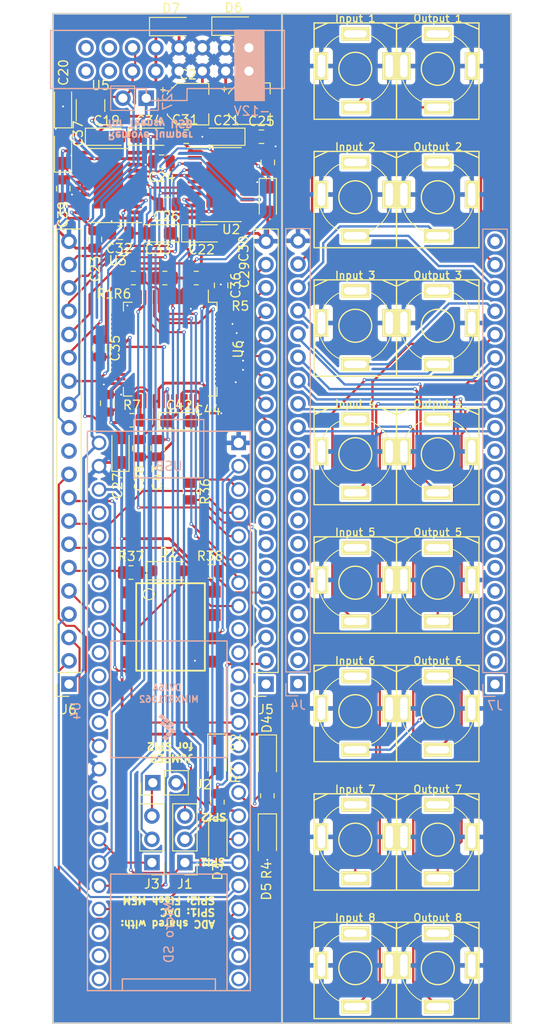
<source format=kicad_pcb>
(kicad_pcb (version 20221018) (generator pcbnew)
  (layers (0 "F.Cu" signal) (31 "B.Cu" signal) (34 "B.Paste" user) (35 "F.Paste" user) (36 "B.SilkS" user "B.Silkscreen") (37 "F.SilkS" user "F.Silkscreen") (38 "B.Mask" user) (39 "F.Mask" user) (44 "Edge.Cuts" user))
  (net 0 "")
  (net 1 "GND")
  (net 2 "+3V3")
  (net 3 "+12V")
  (net 4 "+5V")
  (net 5 "-12V")
  (net 7 "/DAC_SDIN")
  (net 8 "/DAC_SCK")
  (net 9 "/DAC_SYNC")
  (net 10 "/ADC_MISO")
  (net 11 "/ADC_CS")
  (net 12 "/ADC_SCK")
  (net 13 "/ADC_CONVST")
  (net 14 "/ADC_BUSY")
  (net 15 "/MIDI_TX")
  (net 18 "/DAC_REF2V5")
  (net 22 "/MIDI_RX_PIN4")
  (net 24 "/MIDI_TX_PIN4")
  (net 25 "/MIDI_TX_PIN2")
  (net 27 "/VIN7")
  (net 28 "/VIN6")
  (net 29 "/VIN5")
  (net 30 "/VIN4")
  (net 31 "/VIN3")
  (net 32 "/VIN2")
  (net 33 "/VIN1")
  (net 34 "/MIDI_RX_PIN2")
  (net 35 "/VOUT8")
  (net 36 "/VOUT7")
  (net 37 "/VOUT6")
  (net 38 "/VOUT5")
  (net 39 "/VOUT4")
  (net 40 "/VOUT3")
  (net 41 "/VOUT2")
  (net 42 "/VOUT1")
  (net 43 "/VIN8")
  (net 47 "Net-(U6-REFCAPA)")
  (net 48 "/IN2")
  (net 49 "/DIN2")
  (net 50 "/DIN1")
  (net 51 "/IN1")
  (net 55 "/ADC_RESET")
  (net 59 "/ADC_RANGE")
  (net 60 "Net-(U6-2_REGCAP)")
  (net 61 "Net-(U6-1_REGCAP)")
  (net 62 "Net-(D1-K)")
  (net 63 "Net-(U6-~{PAR}{slash}SERBYTE_SEL)")
  (net 64 "Net-(U6-~{STBY})")
  (net 65 "Net-(U6-REF_SELECT)")
  (net 66 "Net-(U2-SDO)")
  (net 83 "/TFT_SCK")
  (net 84 "/TFT_MOSI")
  (net 85 "/TFT_DC")
  (net 86 "/TFT_CS")
  (net 87 "/MISO1")
  (net 88 "/MIDI_RX")
  (net 91 "/ENC1SW")
  (net 92 "/ENC1B")
  (net 93 "/ENC1A")
  (net 119 "/SCK2")
  (net 120 "/MISO2")
  (net 132 "+5VA")
  (net 133 "/IN8")
  (net 134 "/IN7")
  (net 135 "/IN6")
  (net 136 "/IN5")
  (net 137 "/IN4")
  (net 138 "/IN3")
  (net 139 "/OUT8")
  (net 140 "/OUT7")
  (net 141 "/OUT6")
  (net 142 "/OUT5")
  (net 143 "/OUT4")
  (net 144 "/OUT3")
  (net 145 "/OUT2")
  (net 146 "/OUT1")
  (net 164 "/_IN2")
  (net 165 "/_IN1")
  (footprint "Custom_Footprints:Cliff_3.5mm_Stereo_Jack" (layer "F.Cu") (at 43 44)
    (fp_text reference "J12" hide)
    (fp_text value "Input 3")
  )
  (footprint "Connector_PinSocket_2.54mm:PinSocket_1x20_P2.54mm_Vertical" (layer "F.Cu") (at 33.25 83.052 180)
    (fp_text reference "J5")
    (fp_text value "Conn_01x20_Socket")
  )
  (footprint "Custom_Footprints:Cliff_3.5mm_Stereo_Jack" (layer "F.Cu") (at 43 86)
    (fp_text reference "J15" hide)
    (fp_text value "Input 6")
  )
  (footprint "Resistor_SMD:R_0805_2012Metric" (layer "F.Cu") (at 18.5175 70.892 180)
    (fp_text reference "R37")
    (fp_text value "220")
  )
  (footprint "Capacitor_SMD:C_0805_2012Metric" (layer "F.Cu") (at 32.75 23.402)
    (fp_text reference "C25")
    (fp_text value "0.1u")
  )
  (footprint "Custom_Footprints:Cliff_3.5mm_Stereo_Jack" (layer "F.Cu") (at 43 100)
    (fp_text reference "J16" hide)
    (fp_text value "Input 7")
  )
  (footprint "Diode_SMD:D_SOD-123" (layer "F.Cu") (at 22.9 11.402)
    (fp_text reference "D7")
    (fp_text value "1N5819HW")
  )
  (footprint "Capacitor_SMD:C_0805_2012Metric" (layer "F.Cu") (at 24.55 23.392 180)
    (fp_text reference "C31")
    (fp_text value "0.1u")
  )
  (footprint "Diode_SMD:D_SOD-123" (layer "F.Cu") (at 29.7 11.352)
    (fp_text reference "D6")
    (fp_text value "1N5819HW")
  )
  (footprint "Capacitor_Tantalum_SMD:CP_EIA-3216-10_Kemet-I" (layer "F.Cu") (at 23.775 54.402)
    (fp_text reference "C42")
    (fp_text value "10u")
  )
  (footprint "Package_SO:HTSSOP-24-1EP_4.4x7.8mm_P0.65mm_EP3.2x5mm" (layer "F.Cu") (at 16.05 28.722 180)
    (fp_text reference "U3")
    (fp_text value "AD5754BREZ")
  )
  (footprint "Custom_Footprints:Cliff_3.5mm_Stereo_Jack" (layer "F.Cu") (at 52 16)
    (fp_text reference "J18" hide)
    (fp_text value "Output 1")
  )
  (footprint "Capacitor_SMD:CP_Elec_4x5.4" (layer "F.Cu") (at 24.75 19.852)
    (fp_text reference "C2")
    (fp_text value "10uF")
  )
  (footprint "Resistor_SMD:R_0805_2012Metric" (layer "F.Cu") (at 27.95 95.9125 90)
    (fp_text reference "R3")
    (fp_text value "4.7k")
  )
  (footprint "Capacitor_SMD:C_0805_2012Metric" (layer "F.Cu") (at 21.43 57.352 90)
    (fp_text reference "C43")
    (fp_text value "1u")
  )
  (footprint "Package_SO:HTSSOP-24-1EP_4.4x7.8mm_P0.65mm_EP3.2x5mm" (layer "F.Cu") (at 28.35 28.622)
    (fp_text reference "U2")
    (fp_text value "AD5754BREZ")
  )
  (footprint "Package_QFP:LQFP-64_10x10mm_P0.5mm" (layer "F.Cu") (at 22.8 46.552 -90)
    (fp_text reference "U6")
    (fp_text value "AD7606BSTZ")
  )
  (footprint "Capacitor_Tantalum_SMD:CP_EIA-3216-10_Kemet-I" (layer "F.Cu") (at 33.45 30.252 -90)
    (fp_text reference "C29")
    (fp_text value "10u")
  )
  (footprint "Diode_SMD:D_SOD-123" (layer "F.Cu") (at 33.4 99.552 -90)
    (fp_text reference "D5")
    (fp_text value "D")
  )
  (footprint "Capacitor_SMD:C_0805_2012Metric" (layer "F.Cu") (at 22.5 30.752)
    (fp_text reference "C26")
    (fp_text value "0.1u")
  )
  (footprint "Connector_PinHeader_2.54mm:PinHeader_1x02_P2.54mm_Vertical" (layer "F.Cu") (at 20.9 93.802 90)
    (fp_text reference "J2")
    (fp_text value "Conn_01x02_Pin")
  )
  (footprint "Diode_SMD:D_SOD-123" (layer "F.Cu") (at 22.6 70.702)
    (fp_text reference "D1")
    (fp_text value "D")
  )
  (footprint "Resistor_SMD:R_0805_2012Metric" (layer "F.Cu") (at 18.7725 38.802)
    (fp_text reference "R1")
    (fp_text value "4.7k")
  )
  (footprint "Capacitor_Tantalum_SMD:CP_EIA-3216-10_Kemet-I" (layer "F.Cu") (at 15.85 23.402)
    (fp_text reference "C19")
    (fp_text value "10u")
  )
  (footprint "Capacitor_SMD:C_0805_2012Metric" (layer "F.Cu") (at 15.1 46.452 -90)
    (fp_text reference "C35")
    (fp_text value "0.1u")
  )
  (footprint "Package_TO_SOT_SMD:SOT-23" (layer "F.Cu") (at 14.1 20.002 90)
    (fp_text reference "U5")
    (fp_text value "MCP1700-2502E")
  )
  (footprint "Capacitor_Tantalum_SMD:CP_EIA-3216-10_Kemet-I" (layer "F.Cu") (at 11.1 24.952 90)
    (fp_text reference "C37")
    (fp_text value "10u")
  )
  (footprint "Diode_SMD:D_SOD-123" (layer "F.Cu") (at 28 100.15 -90)
    (fp_text reference "D3")
    (fp_text value "D" hide)
  )
  (footprint "Diode_SMD:D_SOD-123" (layer "F.Cu") (at 27.9 90.85 -90)
    (fp_text reference "D2")
    (fp_text value "D")
  )
  (footprint "Custom_Footprints:Cliff_3.5mm_Stereo_Jack" (layer "F.Cu") (at 52 44)
    (fp_text reference "J20" hide)
    (fp_text value "Output 3")
  )
  (footprint "Resistor_SMD:R_0805_2012Metric" (layer "F.Cu") (at 22.2125 38.802 180)
    (fp_text reference "R6")
    (fp_text value "4.7k")
  )
  (footprint "Custom_Footprints:Cliff_3.5mm_Stereo_Jack" (layer "F.Cu") (at 52 30)
    (fp_text reference "J19" hide)
    (fp_text value "Output 2")
  )
  (footprint "Capacitor_SMD:C_0805_2012Metric" (layer "F.Cu") (at 17.35 33.877)
    (fp_text reference "C32")
    (fp_text value "0.1u")
  )
  (footprint "Custom_Footprints:Cliff_3.5mm_Stereo_Jack" (layer "F.Cu") (at 43 30)
    (fp_text reference "J11" hide)
    (fp_text value "Input 2")
  )
  (footprint "Capacitor_Tantalum_SMD:CP_EIA-3216-10_Kemet-I" (layer "F.Cu") (at 17.37 57.552 90)
    (fp_text reference "C27")
    (fp_text value "10u")
  )
  (footprint "Capacitor_SMD:C_0805_2012Metric" (layer "F.Cu") (at 15.925 52.452 -90)
    (fp_text reference "C44")
    (fp_text value "1u")
  )
  (footprint "Resistor_SMD:R_0805_2012Metric" (layer "F.Cu") (at 18.6125 54.302)
    (fp_text reference "R7")
    (fp_text value "4.7k")
  )
  (footprint "Custom_Footprints:Cliff_3.5mm_Stereo_Jack" (layer "F.Cu") (at 52 100)
    (fp_text reference "J24" hide)
    (fp_text value "Output 7")
  )
  (footprint "Capacitor_Tantalum_SMD:CP_EIA-3216-10_Kemet-I" (layer "F.Cu") (at 11.1 20.127 90)
    (fp_text reference "C20")
    (fp_text value "10u")
  )
  (footprint "Capacitor_SMD:C_0805_2012Metric" (layer "F.Cu") (at 33.45 26.202 90)
    (fp_text reference "C30")
    (fp_text value "0.1u")
  )
  (footprint "Custom_Footprints:Cliff_3.5mm_Stereo_Jack" (layer "F.Cu") (at 52 114)
    (fp_text reference "J25" hide)
    (fp_text value "Output 8")
  )
  (footprint "Custom_Footprints:Cliff_3.5mm_Stereo_Jack" (layer "F.Cu") (at 43 58)
    (fp_text reference "J13" hide)
    (fp_text value "Input 4")
  )
  (footprint "Capacitor_Tantalum_SMD:CP_EIA-3216-10_Kemet-I" (layer "F.Cu") (at 21.45 33.932 180)
    (fp_text reference "C33")
    (fp_text value "10u")
  )
  (footprint "Capacitor_Tantalum_SMD:CP_EIA-3216-10_Kemet-I" (layer "F.Cu") (at 26.35 33.932)
    (fp_text reference "C22")
    (fp_text value "10u")
  )
  (footprint "Capacitor_Tantalum_SMD:CP_EIA-3216-10_Kemet-I" (layer "F.Cu") (at 28.65 23.402 180)
    (fp_text reference "C21")
    (fp_text value "10u")
  )
  (footprint "Connector_PinHeader_2.54mm:PinHeader_1x03_P2.54mm_Vertical" (layer "F.Cu") (at 24.4 102.502 180)
    (fp_text reference "J1")
    (fp_text value "Conn_01x03_Pin")
  )
  (footprint "Custom_Footprints:Cliff_3.5mm_Stereo_Jack" (layer "F.Cu") (at 43 16)
    (fp_text reference "J10" hide)
    (fp_text value "Input 1")
  )
  (footprint "Resistor_SMD:R_0805_2012Metric" (layer "F.Cu") (at 27.1625 70.762 180)
    (fp_text reference "R38")
    (fp_text value "220")
  )
  (footprint "footprints:6N138S" (layer "F.Cu") (at 23.025 77.012 -90)
    (fp_text reference "U7" hide)
    (fp_text value "6N138" hide)
  )
  (footprint "Resistor_SMD:R_0805_2012Metric" (layer "F.Cu") (at 33.4 95.2145 90)
    (fp_text reference "R4")
    (fp_text value "4.7k")
  )
  (footprint "Diode_SMD:D_SOD-123" (layer "F.Cu") (at 33.4 90.952 -90)
    (fp_text reference "D4")
    (fp_text value "D")
  )
  (footprint "Custom_Footprints:Cliff_3.5mm_Stereo_Jack" (layer "F.Cu") (at 43 72)
    (fp_text reference "J14" hide)
    (fp_text value "Input 5")
  )
  (footprint "Capacitor_SMD:C_0805_2012Metric" (layer "F.Cu") (at 28.355 39.602 90)
    (fp_text reference "C36")
    (fp_text value "0.1u")
  )
  (footprint "Custom_Footprints:Cliff_3.5mm_Stereo_Jack" (layer "F.Cu") (at 52 58)
    (fp_text reference "J21" hide)
    (fp_text value "Output 4")
  )
  (footprint "Capacitor_SMD:C_0805_2012Metric" (layer "F.Cu") (at 19.43 57.352 90)
    (fp_text reference "C28")
    (fp_text value "0.1u")
  )
  (footprint "Capacitor_SMD:C_0805_2012Metric" (layer "F.Cu") (at 11.125 29.052 -90)
    (fp_text reference "C39")
    (fp_text value "0.1u")
  )
  (footprint "Connector_PinSocket_2.54mm:PinSocket_1x20_P2.54mm_Vertical" (layer "F.Cu") (at 11.75 83.052 180)
    (fp_text reference "J6")
    (fp_text value "Conn_01x20_Socket")
  )
  (footprint "Resistor_SMD:R_0805_2012Metric" (layer "F.Cu") (at 24.97 62.0645 -90)
    (fp_text reference "R36")
    (fp_text value "220")
  )
  (footprint "Capacitor_Tantalum_SMD:CP_EIA-3216-10_Kemet-I" (layer "F.Cu") (at 20.5 23.402)
    (fp_text reference "C34")
    (fp_text value "10u")
  )
  (footprint "Capacitor_SMD:CP_Elec_4x5.4" (layer "F.Cu") (at 31.45 19.802)
    (fp_text reference "C1")
    (fp_text value "10uF")
  )
  (footprint "Resistor_SMD:R_0805_2012Metric" (layer "F.Cu") (at 25.6375 38.802)
    (fp_text reference "R5")
    (fp_text value "4.7k")
  )
  (footprint "Capacitor_SMD:C_0805_2012Metric" (layer "F.Cu") (at 14.58 34.597 -90)
    (fp_text reference "C23")
    (fp_text value "0.1u")
  )
  (footprint "Connector_PinHeader_2.54mm:PinHeader_1x03_P2.54mm_Vertical" (layer "F.Cu") (at 20.8 102.502 180)
    (fp_text reference "J3")
    (fp_text value "Conn_01x03_Pin")
  )
  (footprint "Custom_Footprints:Cliff_3.5mm_Stereo_Jack" (layer "F.Cu") (at 52 86)
    (fp_text reference "J23" hide)
    (fp_text value "Output 6")
  )
  (footprint "Custom_Footprints:Cliff_3.5mm_Stereo_Jack" (layer "F.Cu") (at 43 114)
    (fp_text reference "J17" hide)
    (fp_text value "Input 8")
  )
  (footprint "Capacitor_SMD:C_0805_2012Metric" (layer "F.Cu") (at 21.85 26.127 180)
    (fp_text reference "C24")
    (fp_text value "0.1u")
  )
  (footprint "Custom_Footprints:Cliff_3.5mm_Stereo_Jack" (layer "F.Cu") (at 52 72)
    (fp_text reference "J22" hide)
    (fp_text value "Output 5")
  )
  (footprint "Connector_PinHeader_2.54mm:PinHeader_1x20_P2.54mm_Vertical" (layer "B.Cu") (at 36.75 83)
    (fp_text reference "J4")
    (fp_text value "Conn_01x20_Pin")
  )
  (footprint "Connector_PinHeader_2.54mm:PinHeader_1x20_P2.54mm_Vertical" (layer "B.Cu") (at 58.25 83.062)
    (fp_text reference "J7")
    (fp_text value "Conn_01x20_Pin")
  )
  (footprint "Connector_PinHeader_2.54mm:PinHeader_1x02_P2.54mm_Vertical" (layer "B.Cu") (at 20.175 19.202 90)
    (fp_text reference "J27")
    (fp_text value "Conn_01x02")
  )
  (footprint "footprints:Teensy41_tht" (layer "B.Cu") (at 22.65 85.972 -90)
    (fp_text reference "U4")
    (fp_text value "Teensy4.1")
  )
  (footprint "Custom_Footprints:Eurorack_16_pin_header" (layer "B.Cu") (at 31.39 16.252 180)
    (fp_text reference "J28" hide)
    (fp_text value "Conn_02x08_Odd_Even" hide)
  )
  (gr_rect (start 35 120) (end 10 10) (stroke (width 0.2)) (fill none) (layer "Edge.Cuts"))
  (gr_rect (start 60 120) (end 35 10) (stroke (width 0.2)) (fill none) (layer "Edge.Cuts"))
  (gr_text "Remove jumper \nfor Teensy USB" (at 15.85 21.502 180) (layer "B.SilkS") (effects (font (size 0.8 0.8) (thickness 0.2) bold) (justify left bottom mirror)))
  (gr_text "ADC shared with:\nSPI1: DAC\nSPI2: Flash MEM" (at 27.8 106.152 180) (layer "F.SilkS") (effects (font (size 0.8 0.8) (thickness 0.2) bold) (justify left bottom)))
  (gr_text "JUMPER \nfor SPI2 " (at 25.4 89.352 180) (layer "F.SilkS") (effects (font (size 0.8 0.8) (thickness 0.2) bold) (justify left bottom)))
  (gr_text "SPI2" (at 29.05 97.052 180) (layer "F.SilkS") (effects (font (size 0.8 0.8) (thickness 0.2) bold) (justify left bottom)))
  (gr_text "SPI1" (at 28.9 101.952 180) (layer "F.SilkS") (effects (font (size 0.8 0.8) (thickness 0.2) bold) (justify left bottom)))
  (segment (start 28.05 12.912) (end 28.85 13.712) (width 0.3) (layer "F.Cu") (net 1))
  (segment (start 24.875 35.832) (end 24.875 36.727) (width 0.3048) (layer "F.Cu") (net 1))
  (segment (start 26.31 16.252) (end 26.31 19.612) (width 0.3) (layer "F.Cu") (net 1))
  (segment (start 18.125 41.802) (end 17.125 42.802) (width 0.3048) (layer "F.Cu") (net 1))
  (segment (start 17.37 58.902) (end 15.43 58.902) (width 0.3) (layer "F.Cu") (net 1))
  (segment (start 28.475 48.802) (end 30.75 48.802) (width 0.3) (layer "F.Cu") (net 1))
  (segment (start 23.1 56.632) (end 23.1 55.077) (width 0.3) (layer "F.Cu") (net 1))
  (segment (start 33.4 101.202) (end 33.4 102.202) (width 0.3048) (layer "F.Cu") (net 1))
  (segment (start 27.7 33.932) (end 32.39 33.932) (width 0.3) (layer "F.Cu") (net 1))
  (segment (start 25.05 40.877) (end 25.05 42.152) (width 0.3) (layer "F.Cu") (net 1))
  (segment (start 26.05 51.452001) (end 26.05 52.227) (width 0.3048) (layer "F.Cu") (net 1))
  (segment (start 15.925 51.502) (end 17.125 50.302) (width 0.3) (layer "F.Cu") (net 1))
  (segment (start 28.85 20.252) (end 30.75 22.152) (width 0.3) (layer "F.Cu") (net 1))
  (segment (start 21.43 58.302) (end 23.1 56.632) (width 0.3) (layer "F.Cu") (net 1))
  (segment (start 24.05 53.037804) (end 22.685804 54.402) (width 0.3048) (layer "F.Cu") (net 1))
  (segment (start 11.125 30.002) (end 10.56 30.567) (width 0.3) (layer "F.Cu") (net 1))
  (segment (start 17.125 42.802) (end 17.125 45.302) (width 0.3048) (layer "F.Cu") (net 1))
  (segment (start 34.1875 24.3395) (end 34.3 24.452) (width 0.3048) (layer "F.Cu") (net 1))
  (segment (start 32.3 28.352) (end 32.35 28.352) (width 0.3048) (layer "F.Cu") (net 1))
  (segment (start 17.35 23.202) (end 16.2 23.202) (width 0.3048) (layer "F.Cu") (net 1))
  (segment (start 28.475 49.802) (end 29.6 49.802) (width 0.3) (layer "F.Cu") (net 1))
  (segment (start 13.175 29.702) (end 12.08 29.702) (width 0.3048) (layer "F.Cu") (net 1))
  (segment (start 12.0952 25.5272) (end 12.01 25.442) (width 0.3048) (layer "F.Cu") (net 1))
  (segment (start 22.55 52.227) (end 23.05 52.227) (width 0.3048) (layer "F.Cu") (net 1))
  (segment (start 29.4974 41.7796) (end 29.4974 39.7944) (width 0.3048) (layer "F.Cu") (net 1))
  (segment (start 25.475 30.897) (end 24.255 30.897) (width 0.3048) (layer "F.Cu") (net 1))
  (segment (start 26.05 53.041198) (end 26.510802 53.502) (width 0.3048) (layer "F.Cu") (net 1))
  (segment (start 18.4 52.252) (end 19.025 52.252) (width 0.3) (layer "F.Cu") (net 1))
  (segment (start 25.325 40.977) (end 25.225 40.877) (width 0.3048) (layer "F.Cu") (net 1))
  (segment (start 17.025 47.402) (end 17.125 47.302) (width 0.3) (layer "F.Cu") (net 1))
  (segment (start 32.495 30.897) (end 32.5 30.902) (width 0.3048) (layer "F.Cu") (net 1))
  (segment (start 24.315602 51.1472) (end 25.745199 51.1472) (width 0.3048) (layer "F.Cu") (net 1))
  (segment (start 23.77 12.182) (end 24.55 11.402) (width 0.3) (layer "F.Cu") (net 1))
  (segment (start 19.315602 51.1472) (end 19.05 51.412802) (width 0.3048) (layer "F.Cu") (net 1))
  (segment (start 13.15 20.9395) (end 12.3125 20.102) (width 0.3) (layer "F.Cu") (net 1))
  (segment (start 13.175 28.397) (end 13.175 30.347) (width 0.3048) (layer "F.Cu") (net 1))
  (segment (start 28.475 45.802) (end 30.75 45.802) (width 0.3) (layer "F.Cu") (net 1))
  (segment (start 28.475 47.802) (end 30.75 47.802) (width 0.3) (layer "F.Cu") (net 1))
  (segment (start 24.05 51.412802) (end 24.315602 51.1472) (width 0.3048) (layer "F.Cu") (net 1))
  (segment (start 19.05 51.412802) (end 19.05 52.227) (width 0.3048) (layer "F.Cu") (net 1))
  (segment (start 27.605 80.602) (end 25.7 80.602) (width 0.3048) (layer "F.Cu") (net 1))
  (segment (start 28.475 43.802) (end 29.6 43.802) (width 0.3) (layer "F.Cu") (net 1))
  (segment (start 23.77 13.712) (end 23.77 12.182) (width 0.3) (layer "F.Cu") (net 1))
  (segment (start 14.65 35.682) (end 16.4 33.932) (width 0.3048) (layer "F.Cu") (net 1))
  (segment (start 13.175 26.447) (end 12.400001 26.447) (width 0.3048) (layer "F.Cu") (net 1))
  (segment (start 12.3125 20.102) (end 11.1 20.102) (width 0.3) (layer "F.Cu") (net 1))
  (segment (start 19.15 23.402) (end 17.2 23.402) (width 0.3048) (layer "F.Cu") (net 1))
  (segment (start 11.1 19.002) (end 11.1 20.102) (width 0.3048) (layer "F.Cu") (net 1))
  (segment (start 20.05 52.227) (end 20.05 51.412802) (width 0.3048) (layer "F.Cu") (net 1))
  (segment (start 14.58 35.547) (end 12.505 35.547) (width 0.3) (layer "F.Cu") (net 1))
  (segment (start 25.5 23.392) (end 27.19 23.392) (width 0.3048) (layer "F.Cu") (net 1))
  (segment (start 22.975 33.932) (end 24.875 35.832) (width 0.3048) (layer "F.Cu") (net 1))
  (segment (start 19.05 40.877) (end 18.125 41.802) (width 0.3048) (layer "F.Cu") (net 1))
  (segment (start 25.4 30.902) (end 23.6 30.902) (width 0.3048) (layer "F.Cu") (net 1))
  (segment (start 17.8 58.402) (end 18.9 58.402) (width 0.3048) (layer "F.Cu") (net 1))
  (segment (start 17.125 46.802) (end 17.125 50.302) (width 0.3048) (layer "F.Cu") (net 1))
  (segment (start 26.05 52.227) (end 25.55 52.227) (width 0.3048) (layer "F.Cu") (net 1))
  (segment (start 22.55 52.227) (end 22.55 54.277) (width 0.3048) (layer "F.Cu") (net 1))
  (segment (start 12.08 29.702) (end 12.075 29.707) (width 0.3048) (layer "F.Cu") (net 1))
  (segment (start 12.400001 26.447) (end 12.0952 26.142199) (width 0.3048) (layer "F.Cu") (net 1))
  (segment (start 11.1 23.352) (end 10.3 22.552) (width 0.3048) (layer "F.Cu") (net 1))
  (segment (start 25.5 80.502) (end 25.5 80.402) (width 0.3048) (layer "F.Cu") (net 1))
  (segment (start 34.1875 24.3395) (end 34.1875 24.5145) (width 0.3048) (layer "F.Cu") (net 1))
  (segment (start 19.784398 51.1472) (end 19.315602 51.1472) (width 0.3048) (layer "F.Cu") (net 1))
  (segment (start 26.05 52.227) (end 26.05 53.041198) (width 0.3048) (layer "F.Cu") (net 1))
  (segment (start 28.475 44.802) (end 30.05 44.802) (width 0.3) (layer "F.Cu") (net 1))
  (segment (start 12.07 29.702) (end 11.38 29.702) (width 0.3048) (layer "F.Cu") (net 1))
  (segment (start 28.325 39.402) (end 28.325 39.502) (width 0.3048) (layer "F.Cu") (net 1))
  (segment (start 32.3 28.302) (end 32.3 28.352) (width 0.3048) (layer "F.Cu") (net 1))
  (segment (start 25.7 80.602) (end 25.6 80.502) (width 0.3048) (layer "F.Cu") (net 1))
  (segment (start 31.225 30.897) (end 32.495 30.897) (width 0.3048) (layer "F.Cu") (net 1))
  (segment (start 24.55 40.877) (end 25.225 40.877) (width 0.3048) (layer "F.Cu") (net 1))
  (segment (start 28.355 39.372) (end 28.325 39.402) (width 0.3048) (layer "F.Cu") (net 1))
  (segment (start 12.505 35.547) (end 11.75 34.792) (width 0.3) (layer "F.Cu") (net 1))
  (segment (start 19.71 26.452) (end 20.59 26.452) (width 0.3048) (layer "F.Cu") (net 1))
  (segment (start 28.475 46.802) (end 30.75 46.802) (width 0.3) (layer "F.Cu") (net 1))
  (segment (start 24.05 52.227) (end 24.05 53.037804) (width 0.3048) (layer "F.Cu") (net 1))
  (segment (start 19.025 52.252) (end 19.05 52.227) (width 0.3) (layer "F.Cu") (net 1))
  (segment (start 32.3 28.302) (end 32.35 28.352) (width 0.3048) (layer "F.Cu") (net 1))
  (segment (start 31.225 28.297) (end 32.245 28.297) (width 0.3048) (layer "F.Cu") (net 1))
  (segment (start 32.39 33.932) (end 33.25 34.792) (width 0.3) (layer "F.Cu") (net 1))
  (segment (start 24.25 30.902) (end 24.255 30.897) (width 0.3048) (layer "F.Cu") (net 1))
  (segment (start 25.6 80.502) (end 25.5 80.502) (width 0.3048) (layer "F.Cu") (net 1))
  (segment (start 24.05 52.227) (end 24.05 51.412802) (width 0.3048) (layer "F.Cu") (net 1))
  (segment (start 25.5 80.402) (end 25.6 80.502) (width 0.3048) (layer "F.Cu") (net 1))
  (segment (start 33.45 31.602) (end 33.45 34.592) (width 0.3048) (layer "F.Cu") (net 1))
  (segment (start 23.1 55.077) (end 22.425 54.402) (width 0.3) (layer "F.Cu") (net 1))
  (segment (start 28.355 38.652) (end 28.355 39.372) (width 0.3048) (layer "F.Cu") (net 1))
  (segment (start 29.4974 41.7796) (end 28.475 42.802) (width 0.3048) (layer "F.Cu") (net 1))
  (segment (start 19.6 58.302) (end 21.6 58.302) (width 0.3048) (layer "F.Cu") (net 1))
  (segment (start 16.4 33.932) (end 16.4 32.702) (width 0.3048) (layer "F.Cu") (net 1))
  (segment (start 33.7 23.852) (end 34.1875 24.3395) (width 0.3048) (layer "F.Cu") (net 1))
  (segment (start 25.225 40.877) (end 26.05 40.877) (width 0.3048) (layer "F.Cu") (net 1))
  (segment (start 28.05 11.352) (end 28.05 12.912) (width 0.3) (layer "F.Cu") (net 1))
  (segment (start 31.225 28.947) (end 31.225 26.997) (width 0.3048) (layer "F.Cu") (net 1))
  (segment (start 10.56 30.567) (end 10.56 33.602) (width 0.3) (layer "F.Cu") (net 1))
  (segment (start 15.1 47.402) (end 17.025 47.402) (width 0.3) (layer "F.Cu") (net 1))
  (segment (start 10.56 33.602) (end 11.75 34.792) (width 0.3) (layer "F.Cu") (net 1))
  (segment (start 29.4974 39.7944) (end 28.355 38.652) (width 0.3048) (layer "F.Cu") (net 1))
  (segment (start 17.125 50.302) (end 15.65 50.302) (width 0.3) (layer "F.Cu") (net 1))
  (segment (start 30.75 22.152) (end 32.45 22.152) (width 0.3) (layer "F.Cu") (net 1))
  (segment (start 12.0952 26.142199) (end 12.0952 25.5272) (width 0.3048) (layer "F.Cu") (net 1))
  (segment (start 29.6 49.802) (end 29.95 50.152) (width 0.3) (layer "F.Cu") (net 1))
  (segment (start 33.2 31.602) (end 32.5 30.902) (width 0.3048) (layer "F.Cu") (net 1))
  (segment (start 28 101.8) (end 28 103) (width 0.3) (layer "F.Cu") (net 1))
  (segment (start 17.4 51.502) (end 15.6 51.502) (width 0.3048) (layer "F.Cu") (net 1))
  (segment (start 20.05 51.412802) (end 19.784398 51.1472) (width 0.3048) (layer "F.Cu") (net 1))
  (segment (start 34.1875 24.5145) (end 33.45 25.252) (width 0.3048) (layer "F.Cu") (net 1))
  (segment (start 12.075 29.707) (end 12.07 29.702) (width 0.3048) (layer "F.Cu") (net 1))
  (segment (start 32.245 28.297) (end 32.3 28.352) (width 0.3048) (layer "F.Cu") (net 1))
  (segment (start 32.45 22.152) (end 33.7 23.402) (width 0.3) (layer "F.Cu") (net 1))
  (segment (start 28.85 16.252) (end 28.85 20.252) (width 0.3) (layer "F.Cu") (net 1))
  (segment (start 25.745199 51.1472) (end 26.05 51.452001) (width 0.3048) (layer "F.Cu") (net 1))
  (segment (start 26.510802 53.502) (end 28.335 53.502) (width 0.3048) (layer "F.Cu") (net 1))
  (via (at 12.075 29.707) (size 0.4) (drill 0.2) (layers "F.Cu" "B.Cu") (net 1))
  (via (at 17.45 51.502) (size 0.4) (drill 0.2) (layers "F.Cu" "B.Cu") (net 1))
  (via (at 10.3 22.552) (size 0.4) (drill 0.2) (layers "F.Cu" "B.Cu") (net 1))
  (via (at 30.75 45.802) (size 0.4) (drill 0.2) (layers "F.Cu" "B.Cu") (net 1))
  (via (at 30.05 44.802) (size 0.4) (drill 0.2) (layers "F.Cu" "B.Cu") (net 1))
  (via (at 25.5 80.502) (size 0.4) (drill 0.2) (layers "F.Cu" "B.Cu") (net 1))
  (via (at 30.75 47.802) (size 0.4) (drill 0.2) (layers "F.Cu" "B.Cu") (net 1))
  (via (at 28.325 39.502) (size 0.4) (drill 0.2) (layers "F.Cu" "B.Cu") (net 1))
  (via (at 26.3 23.402) (size 0.4) (drill 0.2) (layers "F.Cu" "B.Cu") (net 1))
  (via (at 16.2 23.202) (size 0.4) (drill 0.2) (layers "F.Cu" "B.Cu") (net 1))
  (via (at 12.01 25.442) (size 0.4) (drill 0.2) (layers "F.Cu" "B.Cu") (net 1))
  (via (at 18.4 52.252) (size 0.4) (drill 0.2) (layers "F.Cu" "B.Cu") (net 1))
  (via (at 32.3 28.352) (size 0.4) (drill 0.2) (layers "F.Cu" "B.Cu") (net 1))
  (via (at 11.1 20.102) (size 0.4) (drill 0.2) (layers "F.Cu" "B.Cu") (net 1))
  (via (at 24.875 36.727) (size 0.4) (drill 0.2) (layers "F.Cu" "B.Cu") (net 1))
  (via (at 24.325 30.902) (size 0.4) (drill 0.2) (layers "F.Cu" "B.Cu") (net 1))
  (via (at 30.75 48.802) (size 0.4) (drill 0.2) (layers "F.Cu" "B.Cu") (net 1))
  (via (at 29.95 50.152) (size 0.4) (drill 0.2) (layers "F.Cu" "B.Cu") (net 1))
  (via (at 28 103) (size 0.4) (drill 0.2) (layers "F.Cu" "B.Cu") (net 1))
  (via (at 18.125 41.802) (size 0.4) (drill 0.2) (layers "F.Cu" "B.Cu") (net 1))
  (via (at 28.375 53.542) (size 0.4) (drill 0.2) (layers "F.Cu" "B.Cu") (net 1))
  (via (at 30.75 46.802) (size 0.4) (drill 0.2) (layers "F.Cu" "B.Cu") (net 1))
  (via (at 33.4 102.202) (size 0.4) (drill 0.2) (layers "F.Cu" "B.Cu") (net 1))
  (via (at 16.4 32.602) (size 0.4) (drill 0.2) (layers "F.Cu" "B.Cu") (net 1))
  (via (at 25.05 42.152) (size 0.4) (drill 0.2) (layers "F.Cu" "B.Cu") (net 1))
  (via (at 29.6 43.802) (size 0.4) (drill 0.2) (layers "F.Cu" "B.Cu") (net 1))
  (via (at 20.1 26.452) (size 0.4) (drill 0.2) (layers "F.Cu" "B.Cu") (net 1))
  (via (at 34.3 24.452) (size 0.4) (drill 0.2) (layers "F.Cu" "B.Cu") (net 1))
  (via (at 15.55 50.402) (size 0.4) (drill 0.2) (layers "F.Cu" "B.Cu") (net 1))
  (segment (start 22.1226 37.7996) (end 23.125 38.802) (width 0.3048) (layer "F.Cu") (net 2))
  (segment (start 18.925 25.797) (end 19.625246 25.797) (width 0.3048) (layer "F.Cu") (net 2))
  (segment (start 19.8 29.697) (end 18.7 29.697) (width 0.3048) (layer "F.Cu") (net 2))
  (segment (start 12.25 23.512) (end 12.25 22.852) (width 0.3048) (layer "F.Cu") (net 2))
  (segment (start 19.9702 25.415266) (end 20.288266 25.0972) (width 0.3048) (layer "F.Cu") (net 2))
  (segment (start 14.375 25.797) (end 14.36 25.782) (width 0.3048) (layer "F.Cu") (net 2))
  (segment (start 17.55 87.202) (end 17.55 82.392) (width 0.3048) (layer "F.Cu") (net 2))
  (segment (start 32.7752 88.502) (end 19.0252 88.502) (width 0.3048) (layer "F.Cu") (net 2))
  (segment (start 17.125 45.802) (end 17.935804 45.802) (width 0.3048) (layer "F.Cu") (net 2))
  (segment (start 14.345 25.797) (end 13.175 25.797) (width 0.3048) (layer "F.Cu") (net 2))
  (segment (start 33.4248 89.1268) (end 32.8 88.502) (width 0.3048) (layer "F.Cu") (net 2))
  (segment (start 22.095 31.297) (end 22.65 31.852) (width 0.3048) (layer "F.Cu") (net 2))
  (segment (start 18.925 25.797) (end 14.375 25.797) (width 0.3048) (layer "F.Cu") (net 2))
  (segment (start 21.55 30.752) (end 20.495 29.697) (width 0.3048) (layer "F.Cu") (net 2))
  (segment (start 24.9702 33.8322) (end 23 31.862) (width 0.3048) (layer "F.Cu") (net 2))
  (segment (start 22.095 31.297) (end 21.55 30.752) (width 0.3048) (layer "F.Cu") (net 2))
  (segment (start 22.69 67.202) (end 17.5 67.202) (width 0.3048) (layer "F.Cu") (net 2))
  (segment (start 26.2 37.327) (end 24.725 38.802) (width 0.3) (layer "F.Cu") (net 2))
  (segment (start 27.605 72.982) (end 27.605 72.117) (width 0.3048) (layer "F.Cu") (net 2))
  (segment (start 24.375 31.547) (end 25.475 31.547) (width 0.3048) (layer "F.Cu") (net 2))
  (segment (start 25 33.932) (end 26.2 35.132) (width 0.3) (layer "F.Cu") (net 2))
  (segment (start 17.125 45.802) (end 15.825 45.802) (width 0.3048) (layer "F.Cu") (net 2))
  (segment (start 25.475 31.547) (end 31.225 31.547) (width 0.3048) (layer "F.Cu") (net 2))
  (segment (start 18.8624 37.7996) (end 22.1226 37.7996) (width 0.3048) (layer "F.Cu") (net 2))
  (segment (start 20.288266 25.002) (end 21.6452 25.002) (width 0.3048) (layer "F.Cu") (net 2))
  (segment (start 15.825 40.6168) (end 15.825 45.802) (width 0.3048) (layer "F.Cu") (net 2))
  (segment (start 19.9702 25.452046) (end 19.9702 25.415266) (width 0.3048) (layer "F.Cu") (net 2))
  (segment (start 21.6452 25.0972) (end 22.675 26.127) (width 0.3048) (layer "F.Cu") (net 2))
  (segment (start 18.4 45.337804) (end 18.4 45.302) (width 0.3048) (layer "F.Cu") (net 2))
  (segment (start 23.125 38.802) (end 24.725 38.802) (width 0.3048) (layer "F.Cu") (net 2))
  (segment (start 27.605 72.117) (end 26.25 70.762) (width 0.3048) (layer "F.Cu") (net 2))
  (segment (start 12.25 22.852) (end 11.1 21.702) (width 0.3048) (layer "F.Cu") (net 2))
  (segment (start 16.35 54.552) (end 17.45 54.552) (width 0.3048) (layer "F.Cu") (net 2))
  (segment (start 17.7252 87.202) (end 19.0252 88.502) (width 0.3048) (layer "F.Cu") (net 2))
  (segment (start 26.25 70.762) (end 22.69 67.202) (width 0.3048) (layer "F.Cu") (net 2))
  (segment (start 19.625246 25.797) (end 19.9702 25.452046) (width 0.3048) (layer "F.Cu") (net 2))
  (segment (start 17.86 38.802) (end 18.8624 37.7996) (width 0.3048) (layer "F.Cu") (net 2))
  (segment (start 17.6398 38.6872) (end 15.825 40.502) (width 0.3048) (layer "F.Cu") (net 2))
  (segment (start 25.7 27.622) (end 22.89 27.622) (width 0.3048) (layer "F.Cu") (net 2))
  (segment (start 22.65 31.852) (end 24.07 31.852) (width 0.3048) (layer "F.Cu") (net 2))
  (segment (start 14.36 25.782) (end 14.345 25.797) (width 0.3048) (layer "F.Cu") (net 2))
  (segment (start 26.2 35.132) (end 26.2 37.327) (width 0.3) (layer "F.Cu") (net 2))
  (segment (start 20.495 29.697) (end 19.8 29.697) (width 0.3048) (layer "F.Cu") (net 2))
  (segment (start 24.07 31.852) (end 24.375 31.547) (width 0.3048) (layer "F.Cu") (net 2))
  (segment (start 22.86 27.615691) (end 22.86 26.628309) (width 0.3048) (layer "F.Cu") (net 2))
  (segment (start 17.935804 45.802) (end 18.4 45.337804) (width 0.3048) (layer "F.Cu") (net 2))
  (via (at 24.33 27.632) (size 0.4) (drill 0.2) (layers "F.Cu" "B.Cu") (net 2))
  (via (at 17.5 82.302) (size 0.4) (drill 0.2) (layers "F.Cu" "B.Cu") (net 2))
  (via (at 18.4 45.302) (size 0.4) (drill 0.2) (layers "F.Cu" "B.Cu") (net 2))
  (via (at 14.525 25.782) (size 0.4) (drill 0.2) (layers "F.Cu" "B.Cu") (net 2))
  (via (at 27.02 31.562) (size 0.4) (drill 0.2) (layers "F.Cu" "B.Cu") (net 2))
  (via (at 16.35 54.552) (size 0.4) (drill 0.2) (layers "F.Cu" "B.Cu") (net 2))
  (via (at 12.25 23.512) (size 0.4) (drill 0.2) (layers "F.Cu" "B.Cu") (net 2))
  (via (at 17.5 67.202) (size 0.4) (drill 0.2) (layers "F.Cu" "B.Cu") (net 2))
  (segment (start 16.35 50.952) (end 16.35 54.552) (width 0.3048) (layer "B.Cu") (net 2))
  (segment (start 17.5 62.452) (end 17.5 63) (width 0.3048) (layer "B.Cu") (net 2))
  (segment (start 18.4 45.302) (end 18.4 48.902) (width 0.3048) (layer "B.Cu") (net 2))
  (segment (start 17.5 55.702) (end 16.35 54.552) (width 0.3048) (layer "B.Cu") (net 2))
  (segment (start 12.25 23.512) (end 14.52 25.782) (width 0.3048) (layer "B.Cu") (net 2))
  (segment (start 17.5 63) (end 17.5 55.702) (width 0.3048) (layer "B.Cu") (net 2))
  (segment (start 17.5 63) (end 17.5 82.102) (width 0.3048) (layer "B.Cu") (net 2))
  (segment (start 24.33 27.632) (end 27.01 30.312) (width 0.3) (layer "B.Cu") (net 2))
  (segment (start 27.01 30.312) (end 27.01 31.502) (width 0.3) (layer "B.Cu") (net 2))
  (segment (start 16.89 61.842) (end 17.5 62.452) (width 0.3048) (layer "B.Cu") (net 2))
  (segment (start 18.4 48.902) (end 16.35 50.952) (width 0.3048) (layer "B.Cu") (net 2))
  (segment (start 15.03 61.842) (end 16.89 61.842) (width 0.3048) (layer "B.Cu") (net 2))
  (segment (start 14.52 25.782) (end 14.525 25.782) (width 0.3048) (layer "B.Cu") (net 2))
  (segment (start 21.23 16.252) (end 21.23 13.712) (width 0.3) (layer "F.Cu") (net 3))
  (segment (start 21.23 17.532) (end 22.4 18.702) (width 0.3) (layer "F.Cu") (net 3))
  (segment (start 30 23.402) (end 31.8 23.402) (width 0.3048) (layer "F.Cu") (net 3))
  (segment (start 31.8 24.472) (end 31.225 25.047) (width 0.3048) (layer "F.Cu") (net 3))
  (segment (start 31.8 23.402) (end 31.8 24.472) (width 0.3048) (layer "F.Cu") (net 3))
  (segment (start 24.9857 21.8877) (end 28.4857 21.8877) (width 0.3) (layer "F.Cu") (net 3))
  (segment (start 21.075 20.777) (end 21.5 20.352) (width 0.3048) (layer "F.Cu") (net 3))
  (segment (start 11.085 31.692) (end 11.69 32.297) (width 0.3) (layer "F.Cu") (net 3))
  (segment (start 21.23 13.712) (end 21.23 11.422) (width 0.3) (layer "F.Cu") (net 3))
  (segment (start 22.95 19.852) (end 24.9857 21.8877) (width 0.3) (layer "F.Cu") (net 3))
  (segment (start 22.4 18.702) (end 22.4 19.452) (width 0.3) (layer "F.Cu") (net 3))
  (segment (start 14.5 23.402) (end 13.344754 23.402) (width 0.3048) (layer "F.Cu") (net 3))
  (segment (start 16.727623 21.174377) (end 14.5 23.402) (width 0.3048) (layer "F.Cu") (net 3))
  (segment (start 14.58 33.702) (end 13.175 32.297) (width 0.3048) (layer "F.Cu") (net 3))
  (segment (start 28.4857 21.8877) (end 30 23.402) (width 0.3) (layer "F.Cu") (net 3))
  (segment (start 13.175 32.297) (end 11.69 32.297) (width 0.3048) (layer "F.Cu") (net 3))
  (segment (start 16.727623 21.174377) (end 20.677623 21.174377) (width 0.3048) (layer "F.Cu") (net 3))
  (segment (start 21.23 16.252) (end 21.23 17.532) (width 0.3) (layer "F.Cu") (net 3))
  (segment (start 20.677623 21.174377) (end 21.075 20.777) (width 0.3048) (layer "F.Cu") (net 3))
  (segment (start 22.4 18.702) (end 22.4 19.274377) (width 0.3) (layer "F.Cu") (net 3))
  (segment (start 22.4 19.274377) (end 24.3 21.174377) (width 0.3) (layer "F.Cu") (net 3))
  (segment (start 22.4 19.452) (end 21.075 20.777) (width 0.3) (layer "F.Cu") (net 3))
  (segment (start 13.344754 23.402) (end 11.794754 24.952) (width 0.3048) (layer "F.Cu") (net 3))
  (segment (start 11.794754 24.952) (end 11.1 24.952) (width 0.3048) (layer "F.Cu") (net 3))
  (segment (start 11.06 31.692) (end 11.085 31.692) (width 0.3) (layer "F.Cu") (net 3))
  (via (at 11.1 24.952) (size 0.4) (drill 0.2) (layers "F.Cu" "B.Cu") (net 3))
  (via (at 11.06 31.692) (size 0.4) (drill 0.2) (layers "F.Cu" "B.Cu") (net 3))
  (segment (start 11.025 30.727) (end 11.025 25.027) (width 0.3048) (layer "B.Cu") (net 3))
  (segment (start 11.0176 31.6513) (end 11.0583 31.692) (width 0.3048) (layer "B.Cu") (net 3))
  (segment (start 11.0176 30.7344) (end 11.0176 31.6513) (width 0.3048) (layer "B.Cu") (net 3))
  (segment (start 11.025 25.027) (end 11.1 24.952) (width 0.3048) (layer "B.Cu") (net 3))
  (segment (start 11.025 30.727) (end 11.0176 30.7344) (width 0.3048) (layer "B.Cu") (net 3))
  (segment (start 20.175 21.102) (end 20.175 19.202) (width 0.3048) (layer "B.Cu") (net 4))
  (segment (start 14.25 33.002) (end 15.3 31.952) (width 0.3048) (layer "B.Cu") (net 4))
  (segment (start 13.35 81.452) (end 13.35 58.442) (width 0.3) (layer "B.Cu") (net 4))
  (segment (start 19.3 21.977) (end 20.175 21.102) (width 0.3048) (layer "B.Cu") (net 4))
  (segment (start 14.25 55.982) (end 14.25 33.002) (width 0.3048) (layer "B.Cu") (net 4))
  (segment (start 11.75 83.052) (end 13.35 81.452) (width 0.3) (layer "B.Cu") (net 4))
  (segment (start 15.3 31.952) (end 15.3 30.539236) (width 0.3048) (layer "B.Cu") (net 4))
  (segment (start 19.3 26.539236) (end 19.3 21.977) (width 0.3048) (layer "B.Cu") (net 4))
  (segment (start 13.35 58.442) (end 15.03 56.762) (width 0.3) (layer "B.Cu") (net 4))
  (segment (start 15.03 56.762) (end 14.25 55.982) (width 0.3048) (layer "B.Cu") (net 4))
  (segment (start 15.3 30.539236) (end 19.3 26.539236) (width 0.3048) (layer "B.Cu") (net 4))
  (segment (start 23.6 23.392) (end 25.255 25.047) (width 0.3048) (layer "F.Cu") (net 5))
  (segment (start 31.39 16.252) (end 31.39 13.712) (width 0.3) (layer "F.Cu") (net 5))
  (segment (start 26.249999 25.047) (end 28.35 27.147001) (width 0.3048) (layer "F.Cu") (net 5))
  (segment (start 31.39 13.712) (end 31.39 11.392) (width 0.3) (layer "F.Cu") (net 5))
  (segment (start 20.1 33.932) (end 20.1 33.042) (width 0.3048) (layer "F.Cu") (net 5))
  (segment (start 21.85 23.402) (end 20.5 23.402) (width 0.3048) (layer "F.Cu") (net 5))
  (segment (start 25.475 25.047) (end 26.249999 25.047) (width 0.3048) (layer "F.Cu") (net 5))
  (segment (start 18.3 33.877) (end 18.3 32.922) (width 0.3048) (layer "F.Cu") (net 5))
  (segment (start 23.6 23.392) (end 21.86 23.392) (width 0.3048) (layer "F.Cu") (net 5))
  (segment (start 18.3 32.922) (end 18.925 32.297) (width 0.3048) (layer "F.Cu") (net 5))
  (segment (start 31.39 17.192) (end 33.8 19.602) (width 0.3) (layer "F.Cu") (net 5))
  (segment (start 20.1 33.932) (end 18.355 33.932) (width 0.3048) (layer "F.Cu") (net 5))
  (segment (start 18.249999 32.277) (end 17.475 32.277) (width 0.3048) (layer "F.Cu") (net 5))
  (segment (start 17.450001 32.277001) (end 15.35 30.177) (width 0.3048) (layer "F.Cu") (net 5))
  (segment (start 31.39 16.252) (end 31.39 17.192) (width 0.3) (layer "F.Cu") (net 5))
  (segment (start 20.1 33.042) (end 20.92 32.222) (width 0.3048) (layer "F.Cu") (net 5))
  (via (at 20.92 32.222) (size 0.4) (drill 0.2) (layers "F.Cu" "B.Cu") (net 5))
  (via (at 20.675 23.427) (size 0.4) (drill 0.2) (layers "F.Cu" "B.Cu") (net 5))
  (segment (start 20.675 28.007) (end 21.1324 28.4644) (width 0.3048) (layer "B.Cu") (net 5))
  (segment (start 21.1324 28.4644) (end 21.1324 32.0096) (width 0.3048) (layer "B.Cu") (net 5))
  (segment (start 21.1324 32.0096) (end 20.92 32.222) (width 0.3048) (layer "B.Cu") (net 5))
  (segment (start 20.675 23.427) (end 20.675 28.007) (width 0.3048) (layer "B.Cu") (net 5))
  (segment (start 30.27 99.942) (end 28.14379 99.942) (width 0.2286) (layer "F.Cu") (net 7))
  (segment (start 25.475 30.247) (end 24.33 30.247) (width 0.2286) (layer "F.Cu") (net 7))
  (segment (start 25.06 94.732) (end 25.06 91.962) (width 0.2286) (layer "F.Cu") (net 7))
  (segment (start 26.664 96.336) (end 25.06 94.732) (width 0.2286) (layer "F.Cu") (net 7))
  (segment (start 24.96 91.962) (end 24.95 91.952) (width 0.2286) (layer "F.Cu") (net 7))
  (segment (start 28.14379 99.942) (end 26.664 98.46221) (width 0.2286) (layer "F.Cu") (net 7))
  (segment (start 24.33 30.247) (end 24.325 30.252) (width 0.2286) (layer "F.Cu") (net 7))
  (segment (start 26.664 98.46221) (end 26.664 96.336) (width 0.2286) (layer "F.Cu") (net 7))
  (via (at 24.95 91.952) (size 0.4) (drill 0.2) (layers "F.Cu" "B.Cu") (net 7))
  (via (at 24.325 30.252) (size 0.4) (drill 0.2) (layers "F.Cu" "B.Cu") (net 7))
  (segment (start 23.7909 44.352217) (end 23.6341 44.509017) (width 0.2286) (layer "B.Cu") (net 7))
  (segment (start 24.33162 30.252) (end 25.18 31.10038) (width 0.2286) (layer "B.Cu") (net 7))
  (segment (start 23.6341 68.5759) (end 23.028 69.182) (width 0.2286) (layer "B.Cu") (net 7))
  (segment (start 25.18 31.082) (end 25.18 35.552) (width 0.2286) (layer "B.Cu") (net 7))
  (segment (start 23.028 69.182) (end 23.028 89.93) (width 0.2286) (layer "B.Cu") (net 7))
  (segment (start 23.6341 44.509017) (end 23.6341 68.5759) (width 0.2286) (layer "B.Cu") (net 7))
  (segment (start 25.18 35.552) (end 23.7909 36.9411) (width 0.2286) (layer "B.Cu") (net 7))
  (segment (start 23.028 89.93) (end 25.05 91.952) (width 0.2286) (layer "B.Cu") (net 7))
  (segment (start 23.7909 36.9411) (end 23.7909 44.352217) (width 0.2286) (layer "B.Cu") (net 7))
  (segment (start 24.325 30.252) (end 24.33162 30.252) (width 0.2286) (layer "B.Cu") (net 7))
  (segment (start 25.899715 29.562) (end 24.35 29.562) (width 0.2286) (layer "F.Cu") (net 8))
  (segment (start 21.3 27.732) (end 18.77 27.732) (width 0.2286) (layer "F.Cu") (net 8))
  (segment (start 24.37 29.562) (end 21.74 29.562) (width 0.25) (layer "F.Cu") (net 8))
  (segment (start 23.2857 103.6163) (end 18.8143 103.6163) (width 0.2286) (layer "F.Cu") (net 8))
  (segment (start 24.4 102.502) (end 23.2857 103.6163) (width 0.2286) (layer "F.Cu") (net 8))
  (segment (start 18.5 103.302) (end 18.8143 103.6163) (width 0.2286) (layer "F.Cu") (net 8))
  (via (at 18.5 103.302) (size 0.4) (drill 0.2) (layers "F.Cu" "B.Cu") (net 8))
  (via (at 21.77 29.542) (size 0.4) (drill 0.2) (layers "F.Cu" "B.Cu") (net 8))
  (via (at 21.27 27.742) (size 0.4) (drill 0.2) (layers "F.Cu" "B.Cu") (net 8))
  (segment (start 21.2 35.6587) (end 21.6067 35.252) (width 0.2286) (layer "B.Cu") (net 8))
  (segment (start 21.68 28.402) (end 21.68 29.452) (width 0.2286) (layer "B.Cu") (net 8))
  (segment (start 18.5 92.652) (end 21.2 89.952) (width 0.2286) (layer "B.Cu") (net 8))
  (segment (start 21.68 28.612) (end 21.68 28.402) (width 0.2286) (layer "B.Cu") (net 8))
  (segment (start 21.6067 29.7053) (end 21.77 29.542) (width 0.2286) (layer "B.Cu") (net 8))
  (segment (start 21.6067 35.252) (end 21.6067 29.7053) (width 0.2286) (layer "B.Cu") (net 8))
  (segment (start 21.68 29.452) (end 21.77 29.542) (width 0.2286) (layer "B.Cu") (net 8))
  (segment (start 21.68 28.112) (end 21.29 27.722) (width 0.2286) (layer "B.Cu") (net 8))
  (segment (start 18.5 103.302) (end 18.5 92.652) (width 0.2286) (layer "B.Cu") (net 8))
  (segment (start 21.68 28.162) (end 21.68 28.612) (width 0.2286) (layer "B.Cu") (net 8))
  (segment (start 21.2 89.952) (end 21.2 35.6587) (width 0.2286) (layer "B.Cu") (net 8))
  (segment (start 24.4 102.502) (end 30.25 102.502) (width 0.2286) (layer "B.Cu") (net 8))
  (segment (start 21.68 28.402) (end 21.68 28.112) (width 0.2286) (layer "B.Cu") (net 8))
  (segment (start 20.665 28.947) (end 25.345 28.947) (width 0.2286) (layer "F.Cu") (net 9))
  (segment (start 20.115 28.397) (end 18.925 28.397) (width 0.2286) (layer "F.Cu") (net 9))
  (segment (start 20.63 28.912) (end 20.115 28.397) (width 0.2286) (layer "F.Cu") (net 9))
  (segment (start 20.665 28.947) (end 20.63 28.912) (width 0.2286) (layer "F.Cu") (net 9))
  (via (at 20.63 28.912) (size 0.4) (drill 0.2) (layers "F.Cu" "B.Cu") (net 9))
  (segment (start 16.4 86.1379) (end 19.9643 82.5736) (width 0.2286) (layer "B.Cu") (net 9))
  (segment (start 16.4 101.112) (end 16.4 86.1379) (width 0.2286) (layer "B.Cu") (net 9))
  (segment (start 20.63 31.482) (end 20.63 28.912) (width 0.2286) (layer "B.Cu") (net 9))
  (segment (start 19.9643 82.5736) (end 19.9643 35.1846) (width 0.2286) (layer "B.Cu") (net 9))
  (segment (start 19.9643 35.1846) (end 20.2469 34.902) (width 0.2286) (layer "B.Cu") (net 9))
  (segment (start 20.2469 34.902) (end 20.2469 31.8651) (width 0.2286) (layer "B.Cu") (net 9))
  (segment (start 20.2469 31.8651) (end 20.63 31.482) (width 0.2286) (layer "B.Cu") (net 9))
  (segment (start 15.03 102.482) (end 16.4 101.112) (width 0.2286) (layer "B.Cu") (net 9))
  (segment (start 17.125 46.302) (end 22 46.302) (width 0.25) (layer "F.Cu") (net 10))
  (via (at 22.15 46.302) (size 0.4) (drill 0.2) (layers "F.Cu" "B.Cu") (net 10))
  (segment (start 21.94 58.332) (end 21.94 57.982) (width 0.2286) (layer "B.Cu") (net 10))
  (segment (start 22 90.502) (end 22 47.752) (width 0.2286) (layer "B.Cu") (net 10))
  (segment (start 19.6857 92.8163) (end 22 90.502) (width 0.2286) (layer "B.Cu") (net 10))
  (segment (start 20.8 99.962) (end 19.6857 98.8477) (width 0.2286) (layer "B.Cu") (net 10))
  (segment (start 22 47.752) (end 22 47.102) (width 0.2286) (layer "B.Cu") (net 10))
  (segment (start 22 47.102) (end 22 46.3461) (width 0.2286) (layer "B.Cu") (net 10))
  (segment (start 21.94 58.332) (end 21.9631 58.3089) (width 0.2286) (layer "B.Cu") (net 10))
  (segment (start 22 46.452) (end 22.15 46.302) (width 0.2286) (layer "B.Cu") (net 10))
  (segment (start 19.6857 98.8477) (end 19.6857 92.8163) (width 0.2286) (layer "B.Cu") (net 10))
  (segment (start 22 47.752) (end 22 46.452) (width 0.2286) (layer "B.Cu") (net 10))
  (segment (start 21.59 107.562) (end 26.1 103.052) (width 0.25) (layer "F.Cu") (net 11))
  (segment (start 21.616241 44.702) (end 24.3 44.702) (width 0.2286) (layer "F.Cu") (net 11))
  (segment (start 20.535675 40.9395) (end 20.516241 43.602) (width 0.2286) (layer "F.Cu") (net 11))
  (segment (start 15.03 107.562) (end 21.59 107.562) (width 0.25) (layer "F.Cu") (net 11))
  (segment (start 26.1 103.052) (end 26.1 96.802) (width 0.25) (layer "F.Cu") (net 11))
  (segment (start 20.516241 43.602) (end 21.616241 44.702) (width 0.2286) (layer "F.Cu") (net 11))
  (via (at 24.3 44.702) (size 0.4) (drill 0.2) (layers "F.Cu" "B.Cu") (net 11))
  (via (at 26.1 96.702) (size 0.4) (drill 0.2) (layers "F.Cu" "B.Cu") (net 11))
  (segment (start 26.1 89.702) (end 26.1 96.802) (width 0.25) (layer "B.Cu") (net 11))
  (segment (start 24.3 44.722) (end 24.3 87.902) (width 0.25) (layer "B.Cu") (net 11))
  (segment (start 24.3 87.902) (end 26.1 89.702) (width 0.25) (layer "B.Cu") (net 11))
  (segment (start 26.1 96.802) (end 26.1 96.702) (width 0.25) (layer "B.Cu") (net 11))
  (segment (start 21.05 40.877) (end 21.05 42.952) (width 0.25) (layer "F.Cu") (net 12))
  (segment (start 21.05 42.952) (end 21.8 43.702) (width 0.25) (layer "F.Cu") (net 12))
  (segment (start 21.8 43.702) (end 25.9 43.702) (width 0.25) (layer "F.Cu") (net 12))
  (segment (start 25.9 43.702) (end 27.4 42.202) (width 0.25) (layer "F.Cu") (net 12))
  (via (at 27.5 42.202) (size 0.4) (drill 0.2) (layers "F.Cu" "B.Cu") (net 12))
  (segment (start 27.4 96.962) (end 27.4 42.202) (width 0.2286) (layer "B.Cu") (net 12))
  (segment (start 24.4 99.962) (end 27.4 96.962) (width 0.2286) (layer "B.Cu") (net 12))
  (segment (start 22.05 40.877) (end 22.55 40.877) (width 0.2286) (layer "F.Cu") (net 13))
  (segment (start 25.6 66.836848) (end 30.27 71.506848) (width 0.2286) (layer "F.Cu") (net 13))
  (segment (start 25.6 42.702) (end 22.6 42.702) (width 0.2286) (layer "F.Cu") (net 13))
  (segment (start 22.05 40.877) (end 22.05 42.152) (width 0.2286) (layer "F.Cu") (net 13))
  (segment (start 22.6 42.702) (end 22.05 42.152) (width 0.2286) (layer "F.Cu") (net 13))
  (via (at 25.6 66.902) (size 0.4) (drill 0.2) (layers "F.Cu" "B.Cu") (net 13))
  (via (at 25.6 42.702) (size 0.4) (drill 0.2) (layers "F.Cu" "B.Cu") (net 13))
  (segment (start 25.6 66.902) (end 25.6 42.702) (width 0.2286) (layer "B.Cu") (net 13))
  (segment (start 30.27 66.922) (end 29.13863 66.922) (width 0.2286) (layer "F.Cu") (net 14))
  (segment (start 19.901 41.801) (end 19.701 42.001) (width 0.25) (layer "F.Cu") (net 14))
  (segment (start 19.3 42.402) (end 19.3 42.5) (width 0.25) (layer "F.Cu") (net 14))
  (segment (start 19.701 42.001) (end 19.599999 42.102) (width 0.25) (layer "F.Cu") (net 14))
  (segment (start 29.13863 66.922) (end 26.01863 63.802) (width 0.2286) (layer "F.Cu") (net 14))
  (segment (start 26.01863 63.802) (end 19.3 63.802) (width 0.2286) (layer "F.Cu") (net 14))
  (segment (start 20.05 40.877) (end 20.05 41.651999) (width 0.25) (layer "F.Cu") (net 14))
  (segment (start 19.901 41.801) (end 19.3 42.402) (width 0.25) (layer "F.Cu") (net 14))
  (segment (start 20.05 41.651999) (end 19.901 41.801) (width 0.25) (layer "F.Cu") (net 14))
  (via (at 19.3 42.5) (size 0.4) (drill 0.2) (layers "F.Cu" "B.Cu") (net 14))
  (via (at 19.35 63.802) (size 0.4) (drill 0.2) (layers "F.Cu" "B.Cu") (net 14))
  (segment (start 19.3 63.802) (end 19.3 42.9) (width 0.2286) (layer "B.Cu") (net 14))
  (segment (start 19.3 42.9) (end 19.3 42.5) (width 0.2286) (layer "B.Cu") (net 14))
  (segment (start 29.19 60.762) (end 28.91 60.762) (width 0.25) (layer "F.Cu") (net 15))
  (segment (start 30.27 61.842) (end 29.19 60.762) (width 0.25) (layer "F.Cu") (net 15))
  (segment (start 24.925 60.762) (end 28.91 60.762) (width 0.2286) (layer "F.Cu") (net 15))
  (segment (start 33.45 28.902) (end 33.45 27.152) (width 0.2286) (layer "F.Cu") (net 18))
  (segment (start 31.225 29.597) (end 32.205 29.597) (width 0.2286) (layer "F.Cu") (net 18))
  (segment (start 11.575 28.1395) (end 11.575 26.3645) (width 0.2286) (layer "F.Cu") (net 18))
  (segment (start 14.3375 21.652) (end 14.3 21.652) (width 0.25) (layer "F.Cu") (net 18))
  (segment (start 32.45 29.352) (end 33 29.352) (width 0.2286) (layer "F.Cu") (net 18))
  (segment (start 15.05 20.9395) (end 14.3375 21.652) (width 0.25) (layer "F.Cu") (net 18))
  (segment (start 32.205 29.597) (end 32.45 29.352) (width 0.2286) (layer "F.Cu") (net 18))
  (segment (start 12.79 27.747) (end 11.61 27.747) (width 0.2286) (layer "F.Cu") (net 18))
  (via (at 11.575 27.302) (size 0.4) (drill 0.2) (layers "F.Cu" "B.Cu") (net 18))
  (via (at 14.25 21.652) (size 0.4) (drill 0.2) (layers "F.Cu" "B.Cu") (net 18))
  (segment (start 18.1 25.702) (end 18.1 22.402) (width 0.2286) (layer "B.Cu") (net 18))
  (segment (start 13.95 29.852) (end 18.1 25.702) (width 0.2286) (layer "B.Cu") (net 18))
  (segment (start 18.1 22.402) (end 15 22.402) (width 0.2286) (layer "B.Cu") (net 18))
  (segment (start 13.95 29.852) (end 11.575 27.477) (width 0.2286) (layer "B.Cu") (net 18))
  (segment (start 14.25 21.652) (end 15 22.402) (width 0.2286) (layer "B.Cu") (net 18))
  (segment (start 11.575 27.477) (end 11.575 27.302) (width 0.2286) (layer "B.Cu") (net 18))
  (segment (start 15.675 75.742) (end 14.59 75.742) (width 0.2286) (layer "F.Cu") (net 22))
  (segment (start 24.25 70.702) (end 24.25 71.947) (width 0.2286) (layer "F.Cu") (net 22))
  (segment (start 14.59 75.742) (end 11.75 72.902) (width 0.2286) (layer "F.Cu") (net 22))
  (segment (start 24.25 71.947) (end 18.065 78.132) (width 0.2286) (layer "F.Cu") (net 22))
  (segment (start 18.065 78.132) (end 15.675 75.742) (width 0.2286) (layer "F.Cu") (net 22))
  (segment (start 31.2067 65.4487) (end 28.6467 65.4487) (width 0.2286) (layer "F.Cu") (net 24))
  (segment (start 28.6467 65.4487) (end 26.175 62.977) (width 0.2286) (layer "F.Cu") (net 24))
  (segment (start 31.71 65.952) (end 31.69 65.932) (width 0.2286) (layer "F.Cu") (net 24))
  (segment (start 31.68 65.922) (end 31.2067 65.4487) (width 0.2286) (layer "F.Cu") (net 24))
  (segment (start 31.71 65.922) (end 31.71 65.952) (width 0.2286) (layer "F.Cu") (net 24))
  (segment (start 31.71 65.922) (end 31.68 65.922) (width 0.2286) (layer "F.Cu") (net 24))
  (segment (start 26.175 62.977) (end 24.97 62.977) (width 0.2286) (layer "F.Cu") (net 24))
  (via (at 31.71 65.922) (size 0.4) (drill 0.2) (layers "F.Cu" "B.Cu") (net 24))
  (segment (start 32.1333 66.3453) (end 31.71 65.922) (width 0.2286) (layer "B.Cu") (net 24))
  (segment (start 32.1333 74.2453) (end 32.1333 66.3453) (width 0.2286) (layer "B.Cu") (net 24))
  (segment (start 33.25 75.362) (end 32.1333 74.2453) (width 0.2286) (layer "B.Cu") (net 24))
  (segment (start 33.0033 73.0687) (end 29.5751 73.0687) (width 0.2286) (layer "F.Cu") (net 25))
  (segment (start 29.5751 73.0687) (end 28.075 71.5686) (width 0.2286) (layer "F.Cu") (net 25))
  (segment (start 28.075 71.5686) (end 28.075 70.762) (width 0.2286) (layer "F.Cu") (net 25))
  (segment (start 28.475 49.302) (end 29.98 49.302) (width 0.2286) (layer "F.Cu") (net 27))
  (segment (start 29.98 49.302) (end 33.25 52.572) (width 0.2286) (layer "F.Cu") (net 27))
  (segment (start 31.52 48.302) (end 33.25 50.032) (width 0.2286) (layer "F.Cu") (net 28))
  (segment (start 28.475 48.302) (end 31.52 48.302) (width 0.2286) (layer "F.Cu") (net 28))
  (segment (start 28.475 47.302) (end 33.06 47.302) (width 0.2286) (layer "F.Cu") (net 29))
  (segment (start 28.475 46.302) (end 31.9 46.302) (width 0.25) (layer "F.Cu") (net 30))
  (segment (start 31.9 46.302) (end 33.25 44.952) (width 0.25) (layer "F.Cu") (net 30))
  (segment (start 30.36 45.302) (end 33.25 42.412) (width 0.25) (layer "F.Cu") (net 31))
  (segment (start 28.475 45.302) (end 30.36 45.302) (width 0.25) (layer "F.Cu") (net 31))
  (segment (start 31.31 41.812) (end 33.25 39.872) (width 0.2286) (layer "F.Cu") (net 32))
  (segment (start 29.8 44.302) (end 31.31 42.792) (width 0.2286) (layer "F.Cu") (net 32))
  (segment (start 31.31 42.792) (end 31.31 41.812) (width 0.2286) (layer "F.Cu") (net 32))
  (segment (start 28.475 44.302) (end 29.8 44.302) (width 0.2286) (layer "F.Cu") (net 32))
  (segment (start 30.35 40.102) (end 30.48 40.102) (width 0.2286) (layer "F.Cu") (net 33))
  (segment (start 30.35 42.201999) (end 30.35 40.102) (width 0.2286) (layer "F.Cu") (net 33))
  (segment (start 29.249999 43.302) (end 30.35 42.201999) (width 0.2286) (layer "F.Cu") (net 33))
  (segment (start 28.475 43.302) (end 29.249999 43.302) (width 0.2286) (layer "F.Cu") (net 33))
  (segment (start 30.48 40.102) (end 33.25 37.332) (width 0.2286) (layer "F.Cu") (net 33))
  (segment (start 12.33 70.712) (end 17.781185 70.712) (width 0.2286) (layer "F.Cu") (net 34))
  (segment (start 11.475 30.997) (end 13.52 30.997) (width 0.2286) (layer "F.Cu") (net 35))
  (via (at 11.52 31.012) (size 0.4) (drill 0.2) (layers "F.Cu" "B.Cu") (net 35))
  (segment (start 10.6333 33.127) (end 10.6333 53.9953) (width 0.2286) (layer "B.Cu") (net 35))
  (segment (start 11.54 32.2203) (end 11.54 31.00035) (width 0.2286) (layer "B.Cu") (net 35))
  (segment (start 11.54 32.2203) (end 10.6333 33.127) (width 0.2286) (layer "B.Cu") (net 35))
  (segment (start 10.6333 53.9953) (end 11.75 55.112) (width 0.2286) (layer "B.Cu") (net 35))
  (segment (start 13.31 31.652) (end 11.99 31.652) (width 0.2286) (layer "F.Cu") (net 36))
  (via (at 12.03 31.652) (size 0.4) (drill 0.2) (layers "F.Cu" "B.Cu") (net 36))
  (segment (start 12.8667 51.4553) (end 11.75 52.572) (width 0.2286) (layer "B.Cu") (net 36))
  (segment (start 12.8667 32.5437) (end 11.975 31.652) (width 0.2286) (layer "B.Cu") (net 36))
  (segment (start 12.8667 51.4553) (end 12.8667 32.5437) (width 0.2286) (layer "B.Cu") (net 36))
  (segment (start 20.145 30.347) (end 20.15 30.342) (width 0.2286) (layer "F.Cu") (net 37))
  (segment (start 14.87 50.032) (end 15.7 49.202) (width 0.25) (layer "F.Cu") (net 37))
  (segment (start 18.925 30.347) (end 20.145 30.347) (width 0.2286) (layer "F.Cu") (net 37))
  (segment (start 14.8 50.032) (end 14.87 50.032) (width 0.25) (layer "F.Cu") (net 37))
  (segment (start 11.75 50.032) (end 14.8 50.032) (width 0.25) (layer "F.Cu") (net 37))
  (via (at 15.7 49.202) (size 0.4) (drill 0.2) (layers "F.Cu" "B.Cu") (net 37))
  (via (at 20.15 30.342) (size 0.4) (drill 0.2) (layers "F.Cu" "B.Cu") (net 37))
  (segment (start 18.92 35.023118) (end 18.92 31.572) (width 0.2286) (layer "B.Cu") (net 37))
  (segment (start 16.025 48.877) (end 16.025 37.918117) (width 0.2286) (layer "B.Cu") (net 37))
  (segment (start 16.025 37.918117) (end 18.92 35.023118) (width 0.2286) (layer "B.Cu") (net 37))
  (segment (start 16.025 48.877) (end 15.7 49.202) (width 0.2286) (layer "B.Cu") (net 37))
  (segment (start 18.92 31.572) (end 20.15 30.342) (width 0.2286) (layer "B.Cu") (net 37))
  (segment (start 18.278636 30.997) (end 17.675 31.600636) (width 0.2286) (layer "F.Cu") (net 38))
  (segment (start 11.85 46.902) (end 15.2 43.552) (width 0.25) (layer "F.Cu") (net 38))
  (segment (start 17.675 31.600636) (end 17.675 31.727) (width 0.2286) (layer "F.Cu") (net 38))
  (via (at 17.675 31.727) (size 0.4) (drill 0.2) (layers "F.Cu" "B.Cu") (net 38))
  (via (at 15.2 43.552) (size 0.4) (drill 0.2) (layers "F.Cu" "B.Cu") (net 38))
  (segment (start 17.65 31.752) (end 17.65 33.377) (width 0.2286) (layer "B.Cu") (net 38))
  (segment (start 15.3 35.727) (end 15.3 43.452) (width 0.2286) (layer "B.Cu") (net 38))
  (segment (start 17.65 33.377) (end 15.3 35.727) (width 0.2286) (layer "B.Cu") (net 38))
  (segment (start 17.675 31.727) (end 17.65 31.752) (width 0.2286) (layer "B.Cu") (net 38))
  (segment (start 14 40.602) (end 17.4 37.202) (width 0.25) (layer "F.Cu") (net 39))
  (segment (start 17.4 37.202) (end 25.25 37.202) (width 0.25) (layer "F.Cu") (net 39))
  (segment (start 25.25 37.202) (end 25.7 36.752) (width 0.25) (layer "F.Cu") (net 39))
  (segment (start 11.75 44.952) (end 14 42.702) (width 0.25) (layer "F.Cu") (net 39))
  (segment (start 32.145 26.347) (end 32.4 26.602) (width 0.2286) (layer "F.Cu") (net 39))
  (segment (start 31.225 26.347) (end 32.145 26.347) (width 0.2286) (layer "F.Cu") (net 39))
  (segment (start 14 42.702) (end 14 40.602) (width 0.25) (layer "F.Cu") (net 39))
  (via (at 25.7 36.752) (size 0.4) (drill 0.2) (layers "F.Cu" "B.Cu") (net 39))
  (via (at 32.4 26.602) (size 0.4) (drill 0.2) (layers "F.Cu" "B.Cu") (net 39))
  (segment (start 28.85 36.752) (end 33.675 31.927) (width 0.2286) (layer "B.Cu") (net 39))
  (segment (start 33.675 31.927) (end 33.675 27.877) (width 0.2286) (layer "B.Cu") (net 39))
  (segment (start 28.85 36.752) (end 25.7 36.752) (width 0.2286) (layer "B.Cu") (net 39))
  (segment (start 33.675 27.877) (end 32.4 26.602) (width 0.2286) (layer "B.Cu") (net 39))
  (segment (start 16.50812 36.41012) (end 16.6361 36.5381) (width 0.2286) (layer "F.Cu") (net 40))
  (segment (start 28.095 25.697) (end 31.225 25.697) (width 0.2286) (layer "F.Cu") (net 40))
  (segment (start 22.2139 36.5381) (end 22.25 36.502) (width 0.2286) (layer "F.Cu") (net 40))
  (segment (start 11.75 41.447859) (end 11.75 42.412) (width 0.2286) (layer "F.Cu") (net 40))
  (segment (start 28.095 25.697) (end 27.1 24.702) (width 0.2286) (layer "F.Cu") (net 40))
  (segment (start 13.765 39.367) (end 13.765 39.432859) (width 0.2286) (layer "F.Cu") (net 40))
  (segment (start 13.765 39.432859) (end 11.75 41.447859) (width 0.2286) (layer "F.Cu") (net 40))
  (segment (start 16.6361 36.5381) (end 22.2139 36.5381) (width 0.2286) (layer "F.Cu") (net 40))
  (segment (start 13.765 39.367) (end 15.07 38.062) (width 0.2286) (layer "F.Cu") (net 40))
  (segment (start 15.07 38.062) (end 15.07 37.84824) (width 0.2286) (layer "F.Cu") (net 40))
  (segment (start 15.07 37.84824) (end 16.50812 36.41012) (width 0.2286) (layer "F.Cu") (net 40))
  (via (at 22.25 36.502) (size 0.4) (drill 0.2) (layers "F.Cu" "B.Cu") (net 40))
  (via (at 27.1 24.702) (size 0.4) (drill 0.2) (layers "F.Cu" "B.Cu") (net 40))
  (segment (start 22.27 27.90862) (end 22.27 36.482) (width 0.2286) (layer "B.Cu") (net 40))
  (segment (start 23.6131 24.6789) (end 27.0769 24.6789) (width 0.2286) (layer "B.Cu") (net 40))
  (segment (start 21.7257 27.36432) (end 22.27 27.90862) (width 0.2286) (layer "B.Cu") (net 40))
  (segment (start 21.7257 26.5663) (end 21.7257 27.36432) (width 0.2286) (layer "B.Cu") (net 40))
  (segment (start 21.7257 26.5663) (end 23.6131 24.6789) (width 0.2286) (layer "B.Cu") (net 40))
  (segment (start 24.33 27.042) (end 25.43 27.042) (width 0.2286) (layer "F.Cu") (net 41))
  (segment (start 23.2893 35.8913) (end 23.3107 35.9127) (width 0.25) (layer "F.Cu") (net 41))
  (segment (start 16.476386 35.8913) (end 23.2893 35.8913) (width 0.25) (layer "F.Cu") (net 41))
  (segment (start 13.06 38.562) (end 13.805686 38.562) (width 0.25) (layer "F.Cu") (net 41))
  (segment (start 13.805686 38.562) (end 16.476386 35.8913) (width 0.25) (layer "F.Cu") (net 41))
  (segment (start 11.75 39.872) (end 13.06 38.562) (width 0.25) (layer "F.Cu") (net 41))
  (via (at 24.33 27.042) (size 0.4) (drill 0.2) (layers "F.Cu" "B.Cu") (net 41))
  (via (at 23.3107 35.9127) (size 0.4) (drill 0.2) (layers "F.Cu" "B.Cu") (net 41))
  (segment (start 23.4357 31.03601) (end 23.4357 35.7877) (width 0.2286) (layer "B.Cu") (net 41))
  (segment (start 23.15169 28.15369) (end 24.26338 27.042) (width 0.2286) (layer "B.Cu") (net 41))
  (segment (start 23.15169 30.752) (end 23.15169 28.15369) (width 0.2286) (layer "B.Cu") (net 41))
  (segment (start 24.26338 27.042) (end 24.33 27.042) (width 0.2286) (layer "B.Cu") (net 41))
  (segment (start 23.4357 35.7877) (end 23.3107 35.9127) (width 0.2286) (layer "B.Cu") (net 41))
  (segment (start 23.15169 30.752) (end 23.4357 31.03601) (width 0.2286) (layer "B.Cu") (net 41))
  (segment (start 23.825 26.347) (end 23.82 26.352) (width 0.2286) (layer "F.Cu") (net 42))
  (segment (start 11.75 37.332) (end 12.68 36.402) (width 0.25) (layer "F.Cu") (net 42))
  (segment (start 23.825 26.347) (end 25.475 26.347) (width 0.2286) (layer "F.Cu") (net 42))
  (segment (start 15.4 36.402) (end 16.5 35.302) (width 0.25) (layer "F.Cu") (net 42))
  (segment (start 12.68 36.402) (end 15.4 36.402) (width 0.25) (layer "F.Cu") (net 42))
  (segment (start 16.5 35.302) (end 22.9 35.302) (width 0.25) (layer "F.Cu") (net 42))
  (via (at 23.82 26.352) (size 0.4) (drill 0.2) (layers "F.Cu" "B.Cu") (net 42))
  (via (at 22.9 35.302) (size 0.4) (drill 0.2) (layers "F.Cu" "B.Cu") (net 42))
  (segment (start 22.77309 27.39891) (end 22.77309 35.17509) (width 0.2286) (layer "B.Cu") (net 42))
  (segment (start 22.77309 35.17509) (end 22.9 35.302) (width 0.2286) (layer "B.Cu") (net 42))
  (segment (start 23.82 26.352) (end 22.77309 27.39891) (width 0.2286) (layer "B.Cu") (net 42))
  (segment (start 29.249999 50.302) (end 33.25 54.302001) (width 0.25) (layer "F.Cu") (net 43))
  (segment (start 33.25 54.302001) (end 33.25 55.112) (width 0.25) (layer "F.Cu") (net 43))
  (segment (start 28.475 50.302) (end 29.249999 50.302) (width 0.25) (layer "F.Cu") (net 43))
  (segment (start 25.05 52.227) (end 25.05 54.077) (width 0.2286) (layer "F.Cu") (net 47))
  (segment (start 25.05 52.227) (end 24.55 52.227) (width 0.2286) (layer "F.Cu") (net 47))
  (segment (start 48.8 34.2) (end 52.1 37.5) (width 0.25) (layer "B.Cu") (net 48))
  (segment (start 43 34.2) (end 48.8 34.2) (width 0.25) (layer "B.Cu") (net 48))
  (segment (start 52.1 37.5) (end 55.868 37.5) (width 0.25) (layer "B.Cu") (net 48))
  (segment (start 55.868 37.5) (end 58.25 39.882) (width 0.25) (layer "B.Cu") (net 48))
  (segment (start 33.0033 80.852) (end 29.3864 80.852) (width 0.2286) (layer "F.Cu") (net 49))
  (segment (start 27.95 94.05) (end 28 94) (width 0.25) (layer "F.Cu") (net 49))
  (segment (start 27.95 95) (end 27.95 94.05) (width 0.25) (layer "F.Cu") (net 49))
  (segment (start 29.3864 80.852) (end 29 81) (width 0.2286) (layer "F.Cu") (net 49))
  (segment (start 29.0904 80.852) (end 29.2384 80.852) (width 0.2286) (layer "F.Cu") (net 49))
  (segment (start 29 81) (end 29.0904 80.852) (width 0.2286) (layer "F.Cu") (net 49))
  (via (at 28 94) (size 0.4) (drill 0.2) (layers "F.Cu" "B.Cu") (net 49))
  (via (at 29 81) (size 0.4) (drill 0.2) (layers "F.Cu" "B.Cu") (net 49))
  (segment (start 28.5 94) (end 28 94) (width 0.2286) (layer "B.Cu") (net 49))
  (segment (start 29 81) (end 29 93.5) (width 0.2286) (layer "B.Cu") (net 49))
  (segment (start 29 93.5) (end 28.5 94) (width 0.2286) (layer "B.Cu") (net 49))
  (segment (start 32.02 95.682) (end 33.4 94.302) (width 0.2286) (layer "F.Cu") (net 50))
  (segment (start 32.02 95.682) (end 32.02 96.072) (width 0.2286) (layer "F.Cu") (net 50))
  (via (at 32.02 96.072) (size 0.4) (drill 0.2) (layers "F.Cu" "B.Cu") (net 50))
  (segment (start 33.25 77.902) (end 32.01 79.142) (width 0.2286) (layer "B.Cu") (net 50))
  (segment (start 32.01 79.142) (end 32.01 96.1086) (width 0.2286) (layer "B.Cu") (net 50))
  (segment (start 44.5 18.5) (end 43 20) (width 0.25) (layer "F.Cu") (net 51))
  (segment (start 56.725 21.725) (end 53.5 18.5) (width 0.25) (layer "F.Cu") (net 51))
  (segment (start 53.5 18.5) (end 44.5 18.5) (width 0.25) (layer "F.Cu") (net 51))
  (segment (start 43 20) (end 43 20.2) (width 0.25) (layer "F.Cu") (net 51))
  (segment (start 56.725 35.817) (end 56.725 21.725) (width 0.25) (layer "F.Cu") (net 51))
  (segment (start 58.25 37.342) (end 56.725 35.817) (width 0.25) (layer "F.Cu") (net 51))
  (segment (start 22.4 43.302) (end 25.1 43.302) (width 0.2286) (layer "F.Cu") (net 55))
  (segment (start 21.55 40.877) (end 21.55 40.102001) (width 0.2286) (layer "F.Cu") (net 55))
  (segment (start 21.249999 39.802) (end 20.685 39.802) (width 0.2286) (layer "F.Cu") (net 55))
  (segment (start 21.55 40.877) (end 21.55 42.452) (width 0.2286) (layer "F.Cu") (net 55))
  (segment (start 28.96 69.462) (end 30.27 69.462) (width 0.2286) (layer "F.Cu") (net 55))
  (segment (start 20.685 39.802) (end 19.685 38.802) (width 0.2286) (layer "F.Cu") (net 55))
  (segment (start 25.1 65.602) (end 28.96 69.462) (width 0.2286) (layer "F.Cu") (net 55))
  (segment (start 21.55 42.452) (end 22.4 43.302) (width 0.2286) (layer "F.Cu") (net 55))
  (segment (start 21.55 40.102001) (end 21.249999 39.802) (width 0.2286) (layer "F.Cu") (net 55))
  (via (at 25.1 65.602) (size 0.4) (drill 0.2) (layers "F.Cu" "B.Cu") (net 55))
  (via (at 25.1 43.202) (size 0.4) (drill 0.2) (layers "F.Cu" "B.Cu") (net 55))
  (segment (start 25.1 65.602) (end 25.1 43.202) (width 0.2286) (layer "B.Cu") (net 55))
  (segment (start 23.05 40.877) (end 23.05 41.952) (width 0.25) (layer "F.Cu") (net 59))
  (segment (start 23.1 42.102) (end 23.2 42.102) (width 0.25) (layer "F.Cu") (net 59))
  (segment (start 23.2 42.102) (end 23.1 42.002) (width 0.25) (layer "F.Cu") (net 59))
  (segment (start 21.98 105.022) (end 22.3 104.702) (width 0.25) (layer "F.Cu") (net 59))
  (segment (start 23.1 42.002) (end 23.1 42.102) (width 0.25) (layer "F.Cu") (net 59))
  (segment (start 15.03 105.022) (end 21.98 105.022) (width 0.25) (layer "F.Cu") (net 59))
  (segment (start 23.05 41.952) (end 23.1 42.002) (width 0.25) (layer "F.Cu") (net 59))
  (via (at 23.1 42.102) (size 0.4) (drill 0.2) (layers "F.Cu" "B.Cu") (net 59))
  (via (at 22.3 104.902) (size 0.4) (drill 0.2) (layers "F.Cu" "B.Cu") (net 59))
  (segment (start 23.1 42.102) (end 23.1 68.559446) (width 0.25) (layer "B.Cu") (net 59))
  (segment (start 22.315 93.336009) (end 22.315 104.887) (width 0.25) (layer "B.Cu") (net 59))
  (segment (start 22.3 104.902) (end 22.315 104.887) (width 0.25) (layer "B.Cu") (net 59))
  (segment (start 23.1 68.559446) (end 22.5 69.159446) (width 0.25) (layer "B.Cu") (net 59))
  (segment (start 22.5 69.159446) (end 22.5 93.151009) (width 0.25) (layer "B.Cu") (net 59))
  (segment (start 22.5 93.151009) (end 22.315 93.336009) (width 0.25) (layer "B.Cu") (net 59))
  (segment (start 22.5 50.952) (end 22.5 50.902) (width 0.2286) (layer "F.Cu") (net 60))
  (segment (start 22.05 52.227) (end 22.05 51.402) (width 0.2286) (layer "F.Cu") (net 60))
  (segment (start 22.55 50.902) (end 22.5 50.952) (width 0.2286) (layer "F.Cu") (net 60))
  (segment (start 22.05 51.402) (end 22.5 50.952) (width 0.2286) (layer "F.Cu") (net 60))
  (segment (start 22.5 50.902) (end 22.55 50.902) (width 0.2286) (layer "F.Cu") (net 60))
  (segment (start 21.43 56.402) (end 22.6 56.402) (width 0.25) (layer "F.Cu") (net 60))
  (via (at 22.5 50.902) (size 0.4) (drill 0.2) (layers "F.Cu" "B.Cu") (net 60))
  (via (at 22.6 56.402) (size 0.4) (drill 0.2) (layers "F.Cu" "B.Cu") (net 60))
  (segment (start 22.5 50.902) (end 22.5 56.402) (width 0.2286) (layer "B.Cu") (net 60))
  (segment (start 19.143 50.7305) (end 19.957001 50.7305) (width 0.2286) (layer "F.Cu") (net 61))
  (segment (start 20.55 51.3235) (end 20.55 52.227) (width 0.2286) (layer "F.Cu") (net 61))
  (segment (start 16.4715 53.402) (end 19.143 50.7305) (width 0.2286) (layer "F.Cu") (net 61))
  (segment (start 19.957001 50.7305) (end 20.55 51.3235) (width 0.2286) (layer "F.Cu") (net 61))
  (segment (start 19.43 74.227) (end 19.43 70.892) (width 0.25) (layer "F.Cu") (net 62))
  (segment (start 18.065 75.592) (end 19.43 74.227) (width 0.25) (layer "F.Cu") (net 62))
  (segment (start 19.78 70.932) (end 21.26 70.932) (width 0.2286) (layer "F.Cu") (net 62))
  (segment (start 24.05 40.102001) (end 24.05 40.877) (width 0.2286) (layer "F.Cu") (net 63))
  (segment (start 25.141852 39.8353) (end 24.316701 39.8353) (width 0.2286) (layer "F.Cu") (net 63))
  (segment (start 24.316701 39.8353) (end 24.05 40.102001) (width 0.2286) (layer "F.Cu") (net 63))
  (segment (start 26.175152 38.802) (end 25.141852 39.8353) (width 0.2286) (layer "F.Cu") (net 63))
  (segment (start 21.3 38.802) (end 22.3333 39.8353) (width 0.2286) (layer "F.Cu") (net 64))
  (segment (start 23.55 40.102001) (end 23.55 40.877) (width 0.2286) (layer "F.Cu") (net 64))
  (segment (start 22.3333 39.8353) (end 23.283299 39.8353) (width 0.2286) (layer "F.Cu") (net 64))
  (segment (start 23.283299 39.8353) (end 23.55 40.102001) (width 0.2286) (layer "F.Cu") (net 64))
  (segment (start 19.55 52.227) (end 19.55 54.277) (width 0.2286) (layer "F.Cu") (net 65))
  (segment (start 18.235 27.192) (end 22.29 27.192) (width 0.2286) (layer "F.Cu") (net 66))
  (segment (start 32.495 30.247) (end 32.5 30.252) (width 0.2286) (layer "F.Cu") (net 66))
  (segment (start 31.225 30.247) (end 32.495 30.247) (width 0.2286) (layer "F.Cu") (net 66))
  (via (at 22.22 27.132) (size 0.4) (drill 0.2) (layers "F.Cu" "B.Cu") (net 66))
  (via (at 32.5 30.252) (size 0.4) (drill 0.2) (layers "F.Cu" "B.Cu") (net 66))
  (segment (start 23.6 25.752) (end 26.1 25.752) (width 0.2286) (layer "B.Cu") (net 66))
  (segment (start 23.6 25.752) (end 22.22 27.132) (width 0.2286) (layer "B.Cu") (net 66))
  (segment (start 30.6 30.252) (end 32.5 30.252) (width 0.2286) (layer "B.Cu") (net 66))
  (segment (start 26.1 25.752) (end 30.6 30.252) (width 0.2286) (layer "B.Cu") (net 66))
  (segment (start 10.6357 61.3063) (end 11.75 60.192) (width 0.2286) (layer "F.Cu") (net 83))
  (segment (start 10.6357 75.906953) (end 10.6357 61.3063) (width 0.2286) (layer "F.Cu") (net 83))
  (segment (start 11.42782 76.699074) (end 10.6357 75.906953) (width 0.2286) (layer "F.Cu") (net 83))
  (segment (start 12.352926 76.699074) (end 11.42782 76.699074) (width 0.2286) (layer "F.Cu") (net 83))
  (segment (start 15.03 89.782) (end 13.5823 88.3343) (width 0.2286) (layer "F.Cu") (net 83))
  (segment (start 13.5823 77.928447) (end 12.352926 76.699074) (width 0.2286) (layer "F.Cu") (net 83))
  (segment (start 13.5823 88.3343) (end 13.5823 77.928447) (width 0.2286) (layer "F.Cu") (net 83))
  (segment (start 18.5741 82.363404) (end 18.5741 86.4761) (width 0.2286) (layer "F.Cu") (net 84))
  (segment (start 17.799396 81.5887) (end 17.0983 81.5887) (width 0.2286) (layer "F.Cu") (net 84))
  (segment (start 18.5741 82.363404) (end 17.799396 81.5887) (width 0.2286) (layer "F.Cu") (net 84))
  (segment (start 19.34 87.242) (end 30.27 87.242) (width 0.2286) (layer "F.Cu") (net 84))
  (segment (start 18.5741 86.4761) (end 19.34 87.242) (width 0.2286) (layer "F.Cu") (net 84))
  (segment (start 17.0983 81.5887) (end 16.75 81.2404) (width 0.2286) (layer "F.Cu") (net 84))
  (segment (start 12.12 63.102) (end 16.45 63.102) (width 0.25) (layer "F.Cu") (net 84))
  (via (at 16.75 81.202) (size 0.4) (drill 0.2) (layers "F.Cu" "B.Cu") (net 84))
  (via (at 16.45 63.102) (size 0.4) (drill 0.2) (layers "F.Cu" "B.Cu") (net 84))
  (segment (start 16.75 63.352) (end 16.75 81.202) (width 0.25) (layer "B.Cu") (net 84))
  (segment (start 16.5 63.102) (end 16.75 63.352) (width 0.25) (layer "B.Cu") (net 84))
  (segment (start 28.6 64.382) (end 30.27 64.382) (width 0.2286) (layer "F.Cu") (net 85))
  (segment (start 16.225 65.577) (end 19.8 62.002) (width 0.2286) (layer "F.Cu") (net 85))
  (segment (start 19.8 62.002) (end 26.22 62.002) (width 0.2286) (layer "F.Cu") (net 85))
  (segment (start 26.22 62.002) (end 28.6 64.382) (width 0.2286) (layer "F.Cu") (net 85))
  (segment (start 11.9267 65.577) (end 16.225 65.577) (width 0.2286) (layer "F.Cu") (net 85))
  (segment (start 25.216698 70.367094) (end 25.216698 72.510302) (width 0.2286) (layer "F.Cu") (net 86))
  (segment (start 27.248396 74.542) (end 30.27 74.542) (width 0.2286) (layer "F.Cu") (net 86))
  (segment (start 11.921604 68.202) (end 23.051604 68.202) (width 0.2286) (layer "F.Cu") (net 86))
  (segment (start 23.051604 68.202) (end 25.216698 70.367094) (width 0.2286) (layer "F.Cu") (net 86))
  (segment (start 25.216698 72.510302) (end 27.248396 74.542) (width 0.2286) (layer "F.Cu") (net 86))
  (segment (start 20.8 102.502) (end 17.59 102.502) (width 0.2286) (layer "F.Cu") (net 87))
  (segment (start 17.59 102.502) (end 15.03 99.942) (width 0.2286) (layer "F.Cu") (net 87))
  (segment (start 27.62 78.062) (end 28.52 77.162) (width 0.2286) (layer "F.Cu") (net 88))
  (via (at 28.52 77.162) (size 0.4) (drill 0.2) (layers "F.Cu" "B.Cu") (net 88))
  (segment (start 28.52 61.052) (end 28.52 77.182) (width 0.2286) (layer "B.Cu") (net 88))
  (segment (start 30.27 59.302) (end 28.52 61.052) (width 0.2286) (layer "B.Cu") (net 88))
  (segment (start 14 111.302) (end 29.07 111.302) (width 0.2286) (layer "F.Cu") (net 91))
  (segment (start 10.6333 81.6387) (end 10.6333 107.9353) (width 0.2286) (layer "F.Cu") (net 91))
  (segment (start 29.07 111.302) (end 30.27 110.102) (width 0.2286) (layer "F.Cu") (net 91))
  (segment (start 10.6333 107.9353) (end 14 111.302) (width 0.2286) (layer "F.Cu") (net 91))
  (segment (start 11.75 80.522) (end 10.6333 81.6387) (width 0.2286) (layer "F.Cu") (net 91))
  (segment (start 14.1757 108.6263) (end 29.2057 108.6263) (width 0.2286) (layer "F.Cu") (net 92))
  (segment (start 12.9 79.132) (end 12.9 107.502) (width 0.2286) (layer "F.Cu") (net 92))
  (segment (start 29.2057 108.6263) (end 30.27 107.562) (width 0.2286) (layer "F.Cu") (net 92))
  (segment (start 12.9 107.502) (end 14.1 108.702) (width 0.2286) (layer "F.Cu") (net 92))
  (segment (start 11.75 77.982) (end 12.9 79.132) (width 0.2286) (layer "F.Cu") (net 92))
  (segment (start 14.1 108.702) (end 14.1757 108.6263) (width 0.2286) (layer "F.Cu") (net 92))
  (segment (start 30.27 105.022) (end 29.04 106.252) (width 0.2286) (layer "B.Cu") (net 93))
  (segment (start 10.6333 102.802) (end 14.0833 106.252) (width 0.2286) (layer "B.Cu") (net 93))
  (segment (start 10.6333 76.5587) (end 10.6333 102.802) (width 0.2286) (layer "B.Cu") (net 93))
  (segment (start 11.75 75.442) (end 10.6333 76.5587) (width 0.2286) (layer "B.Cu") (net 93))
  (segment (start 14.0833 106.252) (end 29.04 106.252) (width 0.2286) (layer "B.Cu") (net 93))
  (segment (start 24.4 97.422) (end 24.4 94.027) (width 0.2286) (layer "F.Cu") (net 119))
  (segment (start 24.4 94.027) (end 23.875 93.502) (width 0.2286) (layer "F.Cu") (net 119))
  (segment (start 20.8 97.422) (end 20.8 94.037) (width 0.2286) (layer "F.Cu") (net 120))
  (segment (start 21.55 50.877) (end 22.175 50.252) (width 0.3048) (layer "F.Cu") (net 132))
  (segment (start 18.69 16.252) (end 18.69 18.147) (width 0.25) (layer "F.Cu") (net 132))
  (segment (start 18.98 16.242) (end 18.98 13.702) (width 0.2286) (layer "F.Cu") (net 132))
  (segment (start 22.175 50.252) (end 26.25 50.252) (width 0.3048) (layer "F.Cu") (net 132))
  (segment (start 14.345 53.852) (end 16.695 56.202) (width 0.25) (layer "F.Cu") (net 132))
  (segment (start 21.55 52.227) (end 21.55 50.877) (width 0.3048) (layer "F.Cu") (net 132))
  (segment (start 18.69 18.147) (end 17.635 19.202) (width 0.25) (layer "F.Cu") (net 132))
  (segment (start 26.55 50.552) (end 26.3 50.302) (width 0.3048) (layer "F.Cu") (net 132))
  (segment (start 26.55 40.877) (end 28.03 40.877) (width 0.3048) (layer "F.Cu") (net 132))
  (segment (start 26.3 42.152) (end 26.25 42.152) (width 0.3048) (layer "F.Cu") (net 132))
  (segment (start 17.37 56.202) (end 19.02896 56.202) (width 0.25) (layer "F.Cu") (net 132))
  (segment (start 21.05 52.227) (end 21.55 52.227) (width 0.3048) (layer "F.Cu") (net 132))
  (segment (start 26.25 42.202) (end 26.3 42.152) (width 0.3048) (layer "F.Cu") (net 132))
  (segment (start 16.695 56.202) (end 17.37 56.202) (width 0.25) (layer "F.Cu") (net 132))
  (segment (start 26.25 42.152) (end 26.25 42.202) (width 0.3048) (layer "F.Cu") (net 132))
  (segment (start 19.43 56.402) (end 21.05 54.782) (width 0.25) (layer "F.Cu") (net 132))
  (segment (start 26.55 41.902) (end 26.3 42.152) (width 0.3048) (layer "F.Cu") (net 132))
  (segment (start 14.1 19.0645) (end 17.4975 19.0645) (width 0.25) (layer "F.Cu") (net 132))
  (segment (start 13.5 53.852) (end 14.345 53.852) (width 0.25) (layer "F.Cu") (net 132))
  (segment (start 21.05 54.782) (end 21.05 52.6544) (width 0.25) (layer "F.Cu") (net 132))
  (segment (start 26.55 52.227) (end 26.55 50.552) (width 0.3048) (layer "F.Cu") (net 132))
  (segment (start 26.55 40.877) (end 26.55 41.902) (width 0.3048) (layer "F.Cu") (net 132))
  (via (at 26.25 50.252) (size 0.4) (drill 0.2) (layers "F.Cu" "B.Cu") (net 132))
  (via (at 26.25 42.152) (size 0.4) (drill 0.2) (layers "F.Cu" "B.Cu") (net 132))
  (via (at 13.5 53.852) (size 0.4) (drill 0.2) (layers "F.Cu" "B.Cu") (net 132))
  (segment (start 13.5 33.147566) (end 13.5 53.852) (width 0.25) (layer "B.Cu") (net 132))
  (segment (start 17.635 19.202) (end 18.8 20.367) (width 0.25) (layer "B.Cu") (net 132))
  (segment (start 18.8 26.434802) (end 14.372783 30.862019) (width 0.25) (layer "B.Cu") (net 132))
  (segment (start 14.372783 32.274783) (end 13.5 33.147566) (width 0.25) (layer "B.Cu") (net 132))
  (segment (start 26.25 42.152) (end 26.25 50.252) (width 0.3048) (layer "B.Cu") (net 132))
  (segment (start 14.372783 30.862019) (end 14.372783 32.274783) (width 0.25) (layer "B.Cu") (net 132))
  (segment (start 18.8 20.367) (end 18.8 26.434802) (width 0.25) (layer "B.Cu") (net 132))
  (segment (start 45.675 115.525) (end 45.675 55.825) (width 0.25) (layer "F.Cu") (net 133))
  (segment (start 43 118.2) (end 45.675 115.525) (width 0.25) (layer "F.Cu") (net 133))
  (segment (start 45.675 55.825) (end 46 55.5) (width 0.25) (layer "F.Cu") (net 133))
  (via (at 46 55.5) (size 0.4) (drill 0.2) (layers "F.Cu" "B.Cu") (net 133))
  (segment (start 57.872 55.5) (end 46 55.5) (width 0.25) (layer "B.Cu") (net 133))
  (segment (start 58.25 55.122) (end 57.872 55.5) (width 0.25) (layer "B.Cu") (net 133))
  (segment (start 45.275 100.5) (end 43 102.775) (width 0.25) (layer "F.Cu") (net 134))
  (segment (start 45.275 52.725) (end 45.275 100.5) (width 0.25) (layer "F.Cu") (net 134))
  (segment (start 43 102.775) (end 43 104.2) (width 0.25) (layer "F.Cu") (net 134))
  (segment (start 45.5 52.5) (end 45.275 52.725) (width 0.25) (layer "F.Cu") (net 134))
  (via (at 45.5 52.5) (size 0.4) (drill 0.2) (layers "F.Cu" "B.Cu") (net 134))
  (segment (start 45.582 52.582) (end 45.5 52.5) (width 0.25) (layer "B.Cu") (net 134))
  (segment (start 58.25 52.582) (end 45.582 52.582) (width 0.25) (layer "B.Cu") (net 134))
  (segment (start 53.775 65.725) (end 53.5 66) (width 0.25) (layer "F.Cu") (net 135))
  (segment (start 53.5 66) (end 53.775 66.275) (width 0.25) (layer "F.Cu") (net 135))
  (segment (start 53.775 55) (end 53.775 51.7) (width 0.25) (layer "F.Cu") (net 135))
  (segment (start 53.775 83.225) (end 50 87) (width 0.25) (layer "F.Cu") (net 135))
  (segment (start 53.775 55) (end 53.775 65.725) (width 0.25) (layer "F.Cu") (net 135))
  (segment (start 53.775 66.275) (end 53.775 83.225) (width 0.25) (layer "F.Cu") (net 135))
  (segment (start 53.775 51.7) (end 55.433 50.042) (width 0.25) (layer "F.Cu") (net 135))
  (segment (start 55.433 50.042) (end 58.25 50.042) (width 0.25) (layer "F.Cu") (net 135))
  (via (at 50 87) (size 0.4) (drill 0.2) (layers "F.Cu" "B.Cu") (net 135))
  (segment (start 43 90.2) (end 46.8 90.2) (width 0.25) (layer "B.Cu") (net 135))
  (segment (start 46.8 90.2) (end 50 87) (width 0.25) (layer "B.Cu") (net 135))
  (segment (start 40.5 53.8) (end 40.5 53.5) (width 0.25) (layer "F.Cu") (net 136))
  (segment (start 43 76.2) (end 40.5 73.7) (width 0.25) (layer "F.Cu") (net 136))
  (segment (start 40.5 53.5) (end 44 50) (width 0.25) (layer "F.Cu") (net 136))
  (segment (start 40.5 73.7) (end 40.5 53.8) (width 0.25) (layer "F.Cu") (net 136))
  (via (at 44 49.9) (size 0.4) (drill 0.2) (layers "F.Cu" "B.Cu") (net 136))
  (segment (start 55.852 49.9) (end 56.376 49.376) (width 0.25) (layer "B.Cu") (net 136))
  (segment (start 44 49.9) (end 55.852 49.9) (width 0.25) (layer "B.Cu") (net 136))
  (segment (start 58.25 47.502) (end 56.376 49.376) (width 0.25) (layer "B.Cu") (net 136))
  (segment (start 56.376 49.376) (end 55.752 50) (width 0.25) (layer "B.Cu") (net 136))
  (segment (start 44.875 60.325) (end 44.875 50.102) (width 0.25) (layer "F.Cu") (net 137))
  (segment (start 44.875 50.102) (end 49 45.977) (width 0.25) (layer "F.Cu") (net 137))
  (segment (start 43 62.2) (end 44.875 60.325) (width 0.25) (layer "F.Cu") (net 137))
  (segment (start 57.235 45.977) (end 49 45.977) (width 0.25) (layer "F.Cu") (net 137))
  (segment (start 58.25 44.962) (end 57.235 45.977) (width 0.25) (layer "F.Cu") (net 137))
  (segment (start 57.4 41.572) (end 53.228 41.572) (width 0.25) (layer "B.Cu") (net 138))
  (segment (start 58.25 42.422) (end 57.4 41.572) (width 0.25) (layer "B.Cu") (net 138))
  (segment (start 46.6 48.2) (end 43 48.2) (width 0.25) (layer "B.Cu") (net 138))
  (segment (start 53.228 41.572) (end 46.6 48.2) (width 0.25) (layer "B.Cu") (net 138))
  (segment (start 52 118.2) (end 49.325 115.525) (width 0.25) (layer "F.Cu") (net 139))
  (segment (start 49.325 55.325) (end 49 55) (width 0.25) (layer "F.Cu") (net 139))
  (segment (start 49.325 115.525) (end 49.325 55.325) (width 0.25) (layer "F.Cu") (net 139))
  (via (at 49 55) (size 0.4) (drill 0.2) (layers "F.Cu" "B.Cu") (net 139))
  (segment (start 45 55.5) (end 45.5 55) (width 0.25) (layer "B.Cu") (net 139))
  (segment (start 37.19 55.5) (end 36.75 55.06) (width 0.25) (layer "B.Cu") (net 139))
  (segment (start 45 55.5) (end 37.19 55.5) (width 0.25) (layer "B.Cu") (net 139))
  (segment (start 45.5 55) (end 49 55) (width 0.25) (layer "B.Cu") (net 139))
  (segment (start 55 55.4) (end 54.6 55.8) (width 0.25) (layer "F.Cu") (net 140))
  (segment (start 54.6 100.2) (end 52 102.8) (width 0.25) (layer "F.Cu") (net 140))
  (segment (start 55 53.1) (end 55 55.4) (width 0.25) (layer "F.Cu") (net 140))
  (segment (start 52 102.8) (end 52 104.2) (width 0.25) (layer "F.Cu") (net 140))
  (segment (start 54.6 55.8) (end 54.6 100.2) (width 0.25) (layer "F.Cu") (net 140))
  (via (at 55 53.1) (size 0.4) (drill 0.2) (layers "F.Cu" "B.Cu") (net 140))
  (segment (start 37.33 53.1) (end 55 53.1) (width 0.25) (layer "B.Cu") (net 140))
  (segment (start 36.75 52.52) (end 37.33 53.1) (width 0.25) (layer "B.Cu") (net 140))
  (segment (start 54.175 88.025) (end 52 90.2) (width 0.25) (layer "F.Cu") (net 141))
  (segment (start 54.5 54.675) (end 54.175 55) (width 0.25) (layer "F.Cu") (net 141))
  (segment (start 54.5 53.3) (end 54.5 54.675) (width 0.25) (layer "F.Cu") (net 141))
  (segment (start 54.5 53.3) (end 54.5 52) (width 0.25) (layer "F.Cu") (net 141))
  (segment (start 54.175 55) (end 54.175 88.025) (width 0.25) (layer "F.Cu") (net 141))
  (via (at 54.5 52) (size 0.4) (drill 0.2) (layers "F.Cu" "B.Cu") (net 141))
  (segment (start 54.475 52.025) (end 54.5 52) (width 0.25) (layer "B.Cu") (net 141))
  (segment (start 38.795 52.025) (end 54.475 52.025) (width 0.25) (layer "B.Cu") (net 141))
  (segment (start 36.75 49.98) (end 38.795 52.025) (width 0.25) (layer "B.Cu") (net 141))
  (segment (start 49.725 51.125) (end 49.5 50.9) (width 0.25) (layer "F.Cu") (net 142))
  (segment (start 49.725 53) (end 49.725 52.225) (width 0.25) (layer "F.Cu") (net 142))
  (segment (start 49.725 52.225) (end 49.5 52) (width 0.25) (layer "F.Cu") (net 142))
  (segment (start 49.725 54) (end 49.725 72.5) (width 0.25) (layer "F.Cu") (net 142))
  (segment (start 52 74.775) (end 52 76.2) (width 0.25) (layer "F.Cu") (net 142))
  (segment (start 49.725 54) (end 49.725 53) (width 0.25) (layer "F.Cu") (net 142))
  (segment (start 49.725 72.5) (end 52 74.775) (width 0.25) (layer "F.Cu") (net 142))
  (segment (start 49.725 53) (end 49.725 51.125) (width 0.25) (layer "F.Cu") (net 142))
  (via (at 49.5 50.9) (size 0.4) (drill 0.2) (layers "F.Cu" "B.Cu") (net 142))
  (segment (start 36.75 47.44) (end 38.455 49.145) (width 0.25) (layer "B.Cu") (net 142))
  (segment (start 38.455 49.145) (end 38.6 49.29) (width 0.25) (layer "B.Cu") (net 142))
  (segment (start 40.21 50.9) (end 36.75 47.44) (width 0.25) (layer "B.Cu") (net 142))
  (segment (start 41 50.9) (end 40.162562 50.9) (width 0.25) (layer "B.Cu") (net 142))
  (segment (start 49.5 50.9) (end 41 50.9) (width 0.25) (layer "B.Cu") (net 142))
  (segment (start 41 50.9) (end 40.21 50.9) (width 0.25) (layer "B.Cu") (net 142))
  (segment (start 50.125 50.5) (end 50 50.375) (width 0.25) (layer "F.Cu") (net 143))
  (segment (start 52 62.2) (end 50.125 60.325) (width 0.25) (layer "F.Cu") (net 143))
  (segment (start 50.125 60.325) (end 50.125 50.6) (width 0.25) (layer "F.Cu") (net 143))
  (via (at 50 50.375) (size 0.4) (drill 0.2) (layers "F.Cu" "B.Cu") (net 143))
  (segment (start 41.834314 50.4) (end 41.567157 50.132843) (width 0.25) (layer "B.Cu") (net 143))
  (segment (start 50 50.4) (end 41.834314 50.4) (width 0.25) (layer "B.Cu") (net 143))
  (segment (start 36.75 45.315686) (end 36.75 44.9) (width 0.25) (layer "B.Cu") (net 143))
  (segment (start 41.567157 50.132843) (end 36.75 45.315686) (width 0.25) (layer "B.Cu") (net 143))
  (segment (start 52 62.2) (end 50.975 61.175) (width 0.25) (layer "B.Cu") (net 143))
  (segment (start 41.225 49.225) (end 50.975 49.225) (width 0.25) (layer "B.Cu") (net 144))
  (segment (start 38.275 46.275) (end 41.225 49.225) (width 0.25) (layer "B.Cu") (net 144))
  (segment (start 38.275 43.885) (end 38.275 46.275) (width 0.25) (layer "B.Cu") (net 144))
  (segment (start 50.975 49.225) (end 52 48.2) (width 0.25) (layer "B.Cu") (net 144))
  (segment (start 36.75 42.36) (end 38.275 43.885) (width 0.25) (layer "B.Cu") (net 144))
  (segment (start 52 34.2) (end 50.975 33.175) (width 0.25) (layer "B.Cu") (net 145))
  (segment (start 39.5 37.07) (end 36.75 39.82) (width 0.25) (layer "B.Cu") (net 145))
  (segment (start 50.975 33.175) (end 41.325 33.175) (width 0.25) (layer "B.Cu") (net 145))
  (segment (start 41.325 33.175) (end 39.5 35) (width 0.25) (layer "B.Cu") (net 145))
  (segment (start 39.5 35) (end 39.5 37.07) (width 0.25) (layer "B.Cu") (net 145))
  (segment (start 38.275 35.755) (end 36.75 37.28) (width 0.25) (layer "F.Cu") (net 146))
  (segment (start 52 20.2) (end 46 20.2) (width 0.25) (layer "F.Cu") (net 146))
  (segment (start 46 20.2) (end 38.275 27.925) (width 0.25) (layer "F.Cu") (net 146))
  (segment (start 38.275 27.925) (end 38.275 35.755) (width 0.25) (layer "F.Cu") (net 146))
  (segment (start 26.975 95.85) (end 27.95 96.825) (width 0.25) (layer "F.Cu") (net 164))
  (segment (start 27.95 98.45) (end 28 98.5) (width 0.25) (layer "F.Cu") (net 164))
  (segment (start 29.693 96.825) (end 30.27 97.402) (width 0.25) (layer "F.Cu") (net 164))
  (segment (start 26.975 93.425) (end 26.975 95.85) (width 0.25) (layer "F.Cu") (net 164))
  (segment (start 27.95 96.825) (end 29.693 96.825) (width 0.25) (layer "F.Cu") (net 164))
  (segment (start 27.95 96.825) (end 27.95 98.45) (width 0.25) (layer "F.Cu") (net 164))
  (segment (start 27.9 92.5) (end 26.975 93.425) (width 0.25) (layer "F.Cu") (net 164))
  (segment (start 33.4 96.127) (end 32.98 96.547) (width 0.25) (layer "F.Cu") (net 165))
  (segment (start 31.823248 96.547) (end 30.545277 95.269029) (width 0.25) (layer "F.Cu") (net 165))
  (segment (start 34.375 95.152) (end 33.4 96.127) (width 0.25) (layer "F.Cu") (net 165))
  (segment (start 33.4 96.127) (end 33.4 97.902) (width 0.25) (layer "F.Cu") (net 165))
  (segment (start 34.375 93.577) (end 34.375 95.152) (width 0.25) (layer "F.Cu") (net 165))
  (segment (start 33.4 92.602) (end 34.375 93.577) (width 0.25) (layer "F.Cu") (net 165))
  (segment (start 30.545277 95.269029) (end 30.545277 95.137277) (width 0.25) (layer "F.Cu") (net 165))
  (segment (start 32.98 96.547) (end 31.823248 96.547) (width 0.25) (layer "F.Cu") (net 165))
  (zone (net 1) (net_name "GND") (layer "B.Cu") (connect_pads (clearance 0.254)) (min_thickness 0.25) (fill yes (thermal_gap 0.5) (thermal_bridge_width 0.5))
    (polygon (pts (xy 35 120) (xy 10 120) (xy 10 10) (xy 35 10)))
  )
  (zone (net 1) (net_name "GND") (layer "B.Cu") (connect_pads (clearance 0.254)) (min_thickness 0.25) (fill yes (thermal_gap 0.5) (thermal_bridge_width 0.5))
    (polygon (pts (xy 60 120) (xy 35 120) (xy 35 10) (xy 60 10)))
  )
)
</source>
